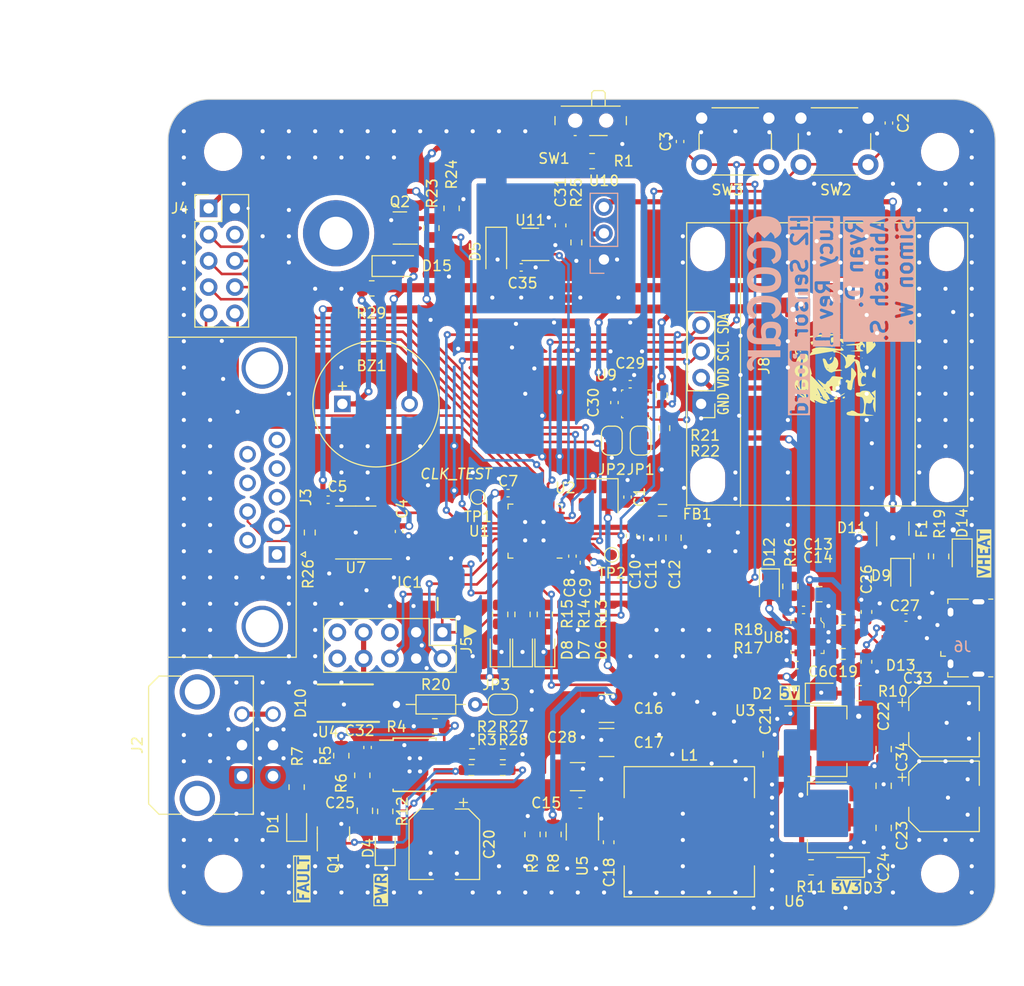
<source format=kicad_pcb>
(kicad_pcb (version 20221018) (generator pcbnew)
  (layers (0 "F.Cu" signal) (31 "B.Cu" signal) (34 "B.Paste" user) (35 "F.Paste" user) (36 "B.SilkS" user "B.Silkscreen") (37 "F.SilkS" user "F.Silkscreen") (38 "B.Mask" user) (39 "F.Mask" user) (44 "Edge.Cuts" user))
  (net 0 "")
  (net 1 "GND")
  (net 2 "+3V3")
  (net 3 "/NRST")
  (net 4 "/TARE")
  (net 5 "+5V")
  (net 6 "+3.3VA")
  (net 7 "Net-(U1-PA8)")
  (net 8 "+12V")
  (net 9 "/Power/7V")
  (net 10 "/Power/SW")
  (net 11 "Net-(U5-BST)")
  (net 12 "Net-(C19-Pad2)")
  (net 13 "/Power/12V_UP")
  (net 14 "Net-(C26-Pad2)")
  (net 15 "VBUS_UP")
  (net 16 "Net-(D1-K)")
  (net 17 "Net-(D1-A)")
  (net 18 "Net-(D2-A)")
  (net 19 "Net-(D3-A)")
  (net 20 "Net-(D4-A)")
  (net 21 "Net-(D6-A)")
  (net 22 "Net-(D7-A)")
  (net 23 "Net-(D8-A)")
  (net 24 "Net-(D9-K)")
  (net 25 "/GPIO7")
  (net 26 "V_HEAT")
  (net 27 "Net-(U10-V_HEAT)")
  (net 28 "Net-(D12-K)")
  (net 29 "Net-(D14-A)")
  (net 30 "/DEBUG_SWDIO")
  (net 31 "/DEBUG_SWCLK")
  (net 34 "/CD-")
  (net 39 "/CD+")
  (net 42 "Net-(SW1-B)")
  (net 43 "/BOOT0")
  (net 44 "/Power/I_{MON}")
  (net 45 "/Power/~{FAULT}")
  (net 46 "/Power/5V_UP")
  (net 47 "Net-(U4-OVLO)")
  (net 48 "Net-(U4-EN{slash}UVLO)")
  (net 49 "/Power/FB")
  (net 50 "/GPLED3")
  (net 51 "/GPLED2")
  (net 52 "/GPLED1")
  (net 53 "Net-(U8-CBUS0)")
  (net 54 "Net-(U8-USBDP)")
  (net 55 "Net-(U8-USBDM)")
  (net 56 "/GPIO8")
  (net 57 "/CAN_STBY")
  (net 58 "/XCLK")
  (net 59 "/UART_TX")
  (net 60 "/UART_RX")
  (net 61 "/GPIO1")
  (net 62 "/GPIO2")
  (net 63 "/GPIO9")
  (net 64 "/CAN_RX")
  (net 65 "/CAN_TX")
  (net 66 "/GPIO3")
  (net 67 "/GPIO4")
  (net 68 "/H2_SENSE")
  (net 69 "/SCL")
  (net 70 "/SDA")
  (net 71 "Net-(J6-D+)")
  (net 72 "Net-(J6-D-)")
  (net 75 "/Sensors/V_SENSE")
  (net 77 "/Sensors/ADDR")
  (net 79 "Net-(JP3-A)")
  (net 81 "Net-(BZ1-+)")
  (net 83 "Net-(U4-dV{slash}dT)")
  (net 84 "Net-(Q2-G)")
  (net 85 "/BEEPER")
  (net 86 "GNDA")
  (net 87 "Net-(R27-Pad2)")
  (net 88 "Net-(BZ1--)")
  (net 93 "Net-(U1-PC14)")
  (footprint "SYM&FOOT:Molex_Micro-Fit_3.0_43045-0621_2x03-1MP_P3.00mm_Horizontal" (layer "F.Cu") (at 94.787 135.334 90)
    (fp_text reference "J2")
    (fp_text value "Conn_02x03_Top_Bottom")
  )
  (footprint "Capacitor_SMD:C_0402_1005Metric" (layer "F.Cu") (at 120.523 107.95)
    (fp_text reference "C7")
    (fp_text value "100n")
  )
  (footprint "digikey-footprints:DFN-12-1EP_3x3mm" (layer "F.Cu") (at 149.479 121.859 180)
    (fp_text reference "U8")
    (fp_text value "FT234XD-R")
  )
  (footprint "Capacitor_SMD:C_0402_1005Metric" (layer "F.Cu") (at 132.334 97.409)
    (fp_text reference "C29")
    (fp_text value "100n")
  )
  (footprint "Capacitor_SMD:C_0805_2012Metric" (layer "F.Cu") (at 156.845 132.715 -90)
    (fp_text reference "C22")
    (fp_text value "22u")
  )
  (footprint "Capacitor_SMD:C_0603_1608Metric" (layer "F.Cu") (at 130.252 141.732 -90)
    (fp_text reference "C18")
    (fp_text value "100n")
  )
  (footprint "Capacitor_SMD:C_0805_2012Metric" (layer "F.Cu") (at 156.845 136.271 90)
    (fp_text reference "C23")
    (fp_text value "10u")
  )
  (footprint "Resistor_SMD:R_0603_1608Metric" (layer "F.Cu") (at 116.967 134.747)
    (fp_text reference "R3")
    (fp_text value "4k7")
  )
  (footprint "Resistor_SMD:R_0603_1608Metric" (layer "F.Cu") (at 117.0432 133.1976)
    (fp_text reference "R2")
    (fp_text value "620R")
  )
  (footprint "Resistor_SMD:R_0805_2012Metric" (layer "F.Cu") (at 104.394 133.35 90)
    (fp_text reference "R5")
    (fp_text value "15")
  )
  (footprint "Capacitor_SMD:C_0603_1608Metric" (layer "F.Cu") (at 127.508 137.922)
    (fp_text reference "C15")
    (fp_text value "100n")
  )
  (footprint "Capacitor_SMD:C_0805_2012Metric" (layer "F.Cu") (at 156.845 140.344 -90)
    (fp_text reference "C24")
    (fp_text value "22u")
  )
  (footprint "SYM&FOOT:DIOM5436X265N" (layer "F.Cu") (at 104.775 128.27 180)
    (fp_text reference "D10")
    (fp_text value "SMLVT3V3" hide)
  )
  (footprint "Capacitor_SMD:C_0805_2012Metric" (layer "F.Cu") (at 150.622 117.729)
    (fp_text reference "C13")
    (fp_text value "4u7")
  )
  (footprint "Package_DFN_QFN:QFN-32-1EP_5x5mm_P0.5mm_EP3.45x3.45mm" (layer "F.Cu") (at 123.131 111.623 180)
    (fp_text reference "U1")
    (fp_text value "STM32L432KCU6")
  )
  (footprint "MountingHole:MountingHole_3.2mm_M3" (layer "F.Cu") (at 162.306 144.78)
    (fp_text reference "H3" hide)
    (fp_text value "MountingHole")
  )
  (footprint "Resistor_SMD:R_0603_1608Metric" (layer "F.Cu") (at 120.015 133.223 180)
    (fp_text reference "R27")
    (fp_text value "30k")
  )
  (footprint "Resistor_SMD:R_0805_2012Metric" (layer "F.Cu") (at 115.062 80.391 90)
    (fp_text reference "R24")
    (fp_text value "10k")
  )
  (footprint "Connector_Dsub:DSUB-9_Female_Horizontal_P2.77x2.84mm_EdgePinOffset7.70mm_Housed_MountingHolesOffset9.12mm" (layer "F.Cu") (at 98.171 113.883 -90)
    (fp_text reference "J3")
    (fp_text value "Conn_01x09_Socket")
  )
  (footprint "Resistor_SMD:R_0603_1608Metric" (layer "F.Cu") (at 127.127 83.693 90)
    (fp_text reference "R25")
    (fp_text value "4k7")
  )
  (footprint "Capacitor_SMD:C_1210_3225Metric" (layer "F.Cu") (at 127.254 135.382)
    (fp_text reference "C28")
    (fp_text value "10u")
  )
  (footprint "Resistor_SMD:R_0805_2012Metric" (layer "F.Cu") (at 100.076 136.398 -90)
    (fp_text reference "R7")
    (fp_text value "2k")
  )
  (footprint "Package_SO:SOIC-8_3.9x4.9mm_P1.27mm" (layer "F.Cu") (at 105.791 111.76 180)
    (fp_text reference "U7")
    (fp_text value "MCP2542FD-E/SN")
  )
  (footprint "Jumper:SolderJumper-2_P1.3mm_Bridged_RoundedPad1.0x1.5mm" (layer "F.Cu") (at 133.35 102.87 -90)
    (fp_text reference "JP1")
    (fp_text value "Slave Address LSB 1")
  )
  (footprint "Inductor_SMD:L_0805_2012Metric" (layer "F.Cu") (at 135.4625 109.601)
    (fp_text reference "FB1")
    (fp_text value "300R")
  )
  (footprint "LOGO" (layer "F.Cu") (at 152.019 96.52 90)
    (fp_text reference "G***" hide)
    (fp_text value "LOGO" hide)
  )
  (footprint "Capacitor_SMD:C_0402_1005Metric" (layer "F.Cu") (at 126.746 114.046 -90)
    (fp_text reference "C8")
    (fp_text value "100n")
  )
  (footprint "Resistor_SMD:R_0805_2012Metric" (layer "F.Cu") (at 106.426 135.255 -90)
    (fp_text reference "R6")
    (fp_text value "470k")
  )
  (footprint "Resistor_SMD:R_0805_2012Metric" (layer "F.Cu") (at 147.828 116.967 90)
    (fp_text reference "R16")
    (fp_text value "220R")
  )
  (footprint "Package_SO:TI_SO-PowerPAD-8" (layer "F.Cu") (at 111.484 134.23)
    (fp_text reference "U4")
    (fp_text value "TPS2596")
  )
  (footprint "Capacitor_SMD:C_0402_1005Metric" (layer "F.Cu") (at 137.16 73.927 -90)
    (fp_text reference "C3")
    (fp_text value "100n")
  )
  (footprint "Capacitor_SMD:C_0402_1005Metric" (layer "F.Cu") (at 103.124 108.585 180)
    (fp_text reference "C5")
    (fp_text value "100n")
  )
  (footprint "Capacitor_SMD:C_0603_1608Metric" (layer "F.Cu") (at 155.187 119.446 -90)
    (fp_text reference "C26")
    (fp_text value "47p")
  )
  (footprint "Package_LGA:Bosch_LGA-8_2.5x2.5mm_P0.65mm_ClockwisePinNumbering" (layer "F.Cu") (at 132.851 99.314 -90)
    (fp_text reference "U9")
    (fp_text value "BME280")
  )
  (footprint "Resistor_SMD:R_0805_2012Metric" (layer "F.Cu") (at 162.4076 114.0715 -90)
    (fp_text reference "R19")
    (fp_text value "560R")
  )
  (footprint "MountingHole:MountingHole_3.2mm_M3" (layer "F.Cu") (at 162.306 74.93)
    (fp_text reference "H2" hide)
    (fp_text value "MountingHole")
  )
  (footprint "Jumper:SolderJumper-2_P1.3mm_Bridged_RoundedPad1.0x1.5mm" (layer "F.Cu") (at 120.015 128.397)
    (fp_text reference "JP3")
    (fp_text value "MAX CURRENT")
  )
  (footprint "LED_SMD:LED_0805_2012Metric" (layer "F.Cu") (at 150.9595 127.305)
    (fp_text reference "D2")
    (fp_text value "BLUE")
  )
  (footprint "Capacitor_SMD:C_0603_1608Metric" (layer "F.Cu") (at 125.603 82.042 90)
    (fp_text reference "C31")
    (fp_text value "100n")
  )
  (footprint "SYM&FOOT:SOT23-6L_STM" (layer "F.Cu") (at 158.496 121.9708 180)
    (fp_text reference "D13")
    (fp_text value "USBLC6-2SC6")
  )
  (footprint "TestPoint:TestPoint_Pad_D1.0mm" (layer "F.Cu") (at 130.556 113.919)
    (fp_text reference "TP2")
    (fp_text value "GPTP")
  )
  (footprint "Resistor_SMD:R_0805_2012Metric" (layer "F.Cu") (at 113.1085 82.296 -90)
    (fp_text reference "R23")
    (fp_text value "10R")
  )
  (footprint "Package_TO_SOT_SMD:SOT-23" (layer "F.Cu") (at 157.734 111.376 90)
    (fp_text reference "D11")
    (fp_text value "BAT54C")
  )
  (footprint "Resistor_SMD:R_0805_2012Metric" (layer "F.Cu") (at 122.886 140.97 -90)
    (fp_text reference "R9")
    (fp_text value "6k2")
  )
  (footprint "LED_SMD:LED_0805_2012Metric" (layer "F.Cu") (at 164.4396 114.0715 -90)
    (fp_text reference "D14")
    (fp_text value "BLUE")
  )
  (footprint "SYM&FOOT:Display_128x64_096_I2C" (layer "F.Cu") (at 139.192 95.504 90)
    (fp_text reference "J8")
    (fp_text value "OLED")
  )
  (footprint "Capacitor_SMD:C_0603_1608Metric" (layer "F.Cu") (at 132.461 112.08 -90)
    (fp_text reference "C10")
    (fp_text value "10u")
  )
  (footprint "Resistor_SMD:R_0603_1608Metric" (layer "F.Cu") (at 135.382 98.489 -90)
    (fp_text reference "R21")
    (fp_text value "4k7")
  )
  (footprint "Button_Switch_THT:SW_PUSH_6mm_H5mm" (layer "F.Cu") (at 148.844 71.664)
    (fp_text reference "SW2")
    (fp_text value "RESET")
  )
  (footprint "Capacitor_SMD:C_1210_3225Metric" (layer "F.Cu") (at 130.048 128.778 180)
    (fp_text reference "C16")
    (fp_text value "22u")
  )
  (footprint "Connector_PinHeader_2.54mm:PinHeader_2x05_P2.54mm_Vertical" (layer "F.Cu") (at 91.562 80.391)
    (fp_text reference "J4")
    (fp_text value "GPIO")
  )
  (footprint "Package_TO_SOT_SMD:SOT-23" (layer "F.Cu") (at 110.0605 82.296 180)
    (fp_text reference "Q2")
    (fp_text value "NMOS IRLML2502TRPBF")
  )
  (footprint "Resistor_SMD:R_0805_2012Metric" (layer "F.Cu") (at 119.761 119.6825 90)
    (fp_text reference "R15")
    (fp_text value "220R")
  )
  (footprint "Resistor_SMD:R_0603_1608Metric" (layer "F.Cu") (at 120.015 134.747 180)
    (fp_text reference "R28")
    (fp_text value "47k")
  )
  (footprint "Capacitor_SMD:C_0402_1005Metric" (layer "F.Cu") (at 109.982 111.6584 90)
    (fp_text reference "C4")
    (fp_text value "100n")
  )
  (footprint "Capacitor_SMD:C_0805_2012Metric" (layer "F.Cu") (at 106.68 138.684 -90)
    (fp_text reference "C25")
    (fp_text value "100n")
  )
  (footprint "Capacitor_SMD:CP_Elec_6.3x5.9" (layer "F.Cu") (at 114.3565 141.925 -90)
    (fp_text reference "C20")
    (fp_text value "100u")
  )
  (footprint "MountingHole:MountingHole_3.2mm_M3" (layer "F.Cu") (at 92.964 74.93)
    (fp_text reference "H1" hide)
    (fp_text value "MountingHole")
  )
  (footprint "Resistor_SMD:R_0805_2012Metric" (layer "F.Cu") (at 149.83 144.154)
    (fp_text reference "R11")
    (fp_text value "220R")
  )
  (footprint "LED_SMD:LED_0805_2012Metric" (layer "F.Cu") (at 119.761 123.063 90)
    (fp_text reference "D8")
    (fp_text value "AMBER")
  )
  (footprint "Resistor_SMD:R_0805_2012Metric" (layer "F.Cu") (at 154.467 127.305 180)
    (fp_text reference "R10")
    (fp_text value "560R")
  )
  (footprint "Capacitor_SMD:C_0402_1005Metric" (layer "F.Cu") (at 132.08 108.331 -90)
    (fp_text reference "C1")
    (fp_text value "100n")
  )
  (footprint "Capacitor_SMD:C_0402_1005Metric" (layer "F.Cu") (at 149.098 119.253 180)
    (fp_text reference "C14")
    (fp_text value "100n")
  )
  (footprint "Button_Switch_SMD:SW_SPDT_PCM12" (layer "F.Cu") (at 128.512 72.23 180)
    (fp_text reference "SW1")
    (fp_text value "SW_SPDT")
  )
  (footprint "Capacitor_SMD:C_0402_1005Metric" (layer "F.Cu") (at 121.793 86.106)
    (fp_text reference "C35")
    (fp_text value "100n")
  )
  (footprint "Fuse:Fuse_0805_2012Metric" (layer "F.Cu") (at 160.4772 114.046 90)
    (fp_text reference "F1")
    (fp_text value "500mA")
  )
  (footprint "Capacitor_SMD:C_0805_2012Metric" (layer "F.Cu") (at 145.923 133.223 90)
    (fp_text reference "C21")
    (fp_text value "10u")
  )
  (footprint "Button_Switch_THT:SW_PUSH_6mm_H5mm" (layer "F.Cu") (at 139.244 71.664)
    (fp_text reference "SW3")
    (fp_text value "TARE")
  )
  (footprint "Capacitor_SMD:C_0402_1005Metric" (layer "F.Cu") (at 159.004 119.9896 180)
    (fp_text reference "C27")
    (fp_text value "100n")
  )
  (footprint "MountingHole:MountingHole_3.2mm_M3" (layer "F.Cu") (at 93 144.78)
    (fp_text reference "H4" hide)
    (fp_text value "MountingHole")
  )
  (footprint "SYM&FOOT:SOT65P210X110-5N" (layer "F.Cu") (at 114.808 117.729 90)
    (fp_text reference "IC1")
    (fp_text value "ESDALC6V1W5" hide)
  )
  (footprint "Crystal:Crystal_SMD_3225-4Pin_3.2x2.5mm" (layer "F.Cu") (at 129.159 108.204 180)
    (fp_text reference "U2")
    (fp_text value "8MHz")
  )
  (footprint "Inductor_SMD:L_12x12mm_H8mm" (layer "F.Cu") (at 138.052 140.716)
    (fp_text reference "L1")
    (fp_text value "3u8")
  )
  (footprint "Buzzer_Beeper:MagneticBuzzer_ProSignal_ABT-410-RC" (layer "F.Cu") (at 104.498 99.314)
    (fp_text reference "BZ1")
    (fp_text value "Buzzer")
  )
  (footprint "Connector_USB:USB_Micro-B_Amphenol_10118194_Horizontal" (layer "F.Cu") (at 164.715 121.965 90)
    (fp_text reference "J6")
    (fp_text value "USB_B_Micro")
  )
  (footprint "LED_SMD:LED_0805_2012Metric" (layer "F.Cu") (at 153.3075 144.154 180)
    (fp_text reference "D3")
    (fp_text value "BLUE")
  )
  (footprint "Capacitor_SMD:C_0805_2012Metric" (layer "F.Cu") (at 134.366 112.268 -90)
    (fp_text reference "C11")
    (fp_text value "1u")
  )
  (footprint "Package_TO_SOT_SMD:SOT-223-3_TabPin2" (layer "F.Cu") (at 151.384 131.953)
    (fp_text reference "U3")
    (fp_text value "AZ1117IH-5.0")
  )
  (footprint "Package_TO_SOT_SMD:SOT-23" (layer "F.Cu") (at 103.632 140.8915 90)
    (fp_text reference "Q1")
    (fp_text value "NMOS")
  )
  (footprint "Capacitor_SMD:C_0402_1005Metric" (layer "F.Cu") (at 148.463 124.587 180)
    (fp_text reference "C6")
    (fp_text value "100n")
  )
  (footprint "Capacitor_SMD:C_0402_1005Metric" (layer "F.Cu") (at 157.353 72.136 -90)
    (fp_text reference "C2")
    (fp_text value "100n")
  )
  (footprint "Resistor_SMD:R_0603_1608Metric" (layer "F.Cu") (at 152.901 120.208)
    (fp_text reference "R18")
    (fp_text value "27R")
  )
  (footprint "Resistor_SMD:R_0805_2012Metric" (layer "F.Cu") (at 124.079 119.6825 90)
    (fp_text reference "R13")
    (fp_text value "220R")
  )
  (footprint "Resistor_SMD:R_0805_2012Metric" (layer "F.Cu") (at 128.651 75.819)
    (fp_text reference "R1")
    (fp_text value "10k")
  )
  (footprint "Capacitor_SMD:C_0402_1005Metric" (layer "F.Cu") (at 130.81 99.187 90)
    (fp_text reference "C30")
    (fp_text value "100n")
  )
  (footprint "Jumper:SolderJumper-2_P1.3mm_Open_RoundedPad1.0x1.5mm" (layer "F.Cu") (at 130.556 102.87 -90)
    (fp_text reference "JP2")
    (fp_text value "Slave Address LSB 0")
  )
  (footprint "Resistor_SMD:R_0805_2012Metric" (layer "F.Cu") (at 113.4364 130.5052 180)
    (fp_text reference "R4")
    (fp_text value "47k")
  )
  (footprint "LED_SMD:LED_0805_2012Metric" (layer "F.Cu") (at 108.6415 142.3 90)
    (fp_text reference "D4")
    (fp_text value "BLUE")
  )
  (footprint "Capacitor_SMD:C_0603_1608Metric" (layer "F.Cu") (at 155.187 124.272 90)
    (fp_text reference "C19")
    (fp_text value "47p")
  )
  (footprint "Resistor_SMD:R_0603_1608Metric" (layer "F.Cu") (at 135.636 101.663 90)
    (fp_text reference "R22")
    (fp_text value "4k7")
  )
  (footprint "LED_SMD:LED_0805_2012Metric" (layer "F.Cu") (at 145.796 116.967 -90)
    (fp_text reference "D12")
    (fp_text value "AMBER")
  )
  (footprint "Resistor_THT:R_Axial_DIN0204_L3.6mm_D1.6mm_P7.62mm_Horizontal" (layer "F.Cu") (at 109.728 128.397)
    (fp_text reference "R20")
    (fp_text value "R")
  )
  (footprint "Capacitor_SMD:C_0603_1608Metric" (layer "F.Cu") (at 128.016 114.681 -90)
    (fp_text reference "C9")
    (fp_text value "10u")
  )
  (footprint "Diode_SMD:D_SOD-123" (layer "F.Cu") (at 119.38 84.582 -90)
    (fp_text reference "D5")
    (fp_text value "MMSZ5226B-7-F")
  )
  (footprint "Capacitor_SMD:C_0402_1005Metric" (layer "F.Cu") (at 106.934 132.56 90)
    (fp_text reference "C32")
    (fp_text value "2n2")
  )
  (footprint "Capacitor_SMD:CP_Elec_6.3x5.9" (layer "F.Cu") (at 162.687 137.287)
    (fp_text reference "C34")
    (fp_text value "22u")
  )
  (footprint "LED_SMD:LED_0805_2012Metric" (layer "F.Cu") (at 121.92 123.063 90)
    (fp_text reference "D7")
    (fp_text value "RED")
  )
  (footprint "Resistor_SMD:R_0805_2012Metric" (layer "F.Cu") (at 121.92 119.6825 90)
    (fp_text reference "R14")
    (fp_text value "220R")
  )
  (footprint "Resistor_SMD:R_0805_2012Metric" (layer "F.Cu") (at 124.918 140.97 -90)
    (fp_text reference "R8")
    (fp_text value "47k")
  )
  (footprint "LED_SMD:LED_0805_2012Metric" (layer "F.Cu") (at 100.076 139.954 90)
    (fp_text reference "D1")
    (fp_text value "GREEN")
  )
  (footprint "Resistor_SMD:R_0805_2012Metric" (layer "F.Cu") (at 107.3385 88.138 180)
    (fp_text reference "R29")
    (fp_text value "1k")
  )
  (footprint "Diode_SMD:D_SOD-123" (layer "F.Cu") (at 109.728 85.979)
    (fp_text reference "D15")
    (fp_text value "BAV16W/1N4148W")
  )
  (footprint "Connector_PinHeader_2.54mm:PinHeader_2x05_P2.54mm_Vertical" (layer "F.Cu") (at 114.173 121.412 -90)
    (fp_text reference "J5")
    (fp_text value "Conn_02x05_Top_Bottom")
  )
  (footprint "Resistor_SMD:R_0805_2012Metric" (layer "F.Cu") (at 108.6415 138.744 -90)
    (fp_text reference "R12")
    (fp_text value "2k")
  )
  (footprint "SYM&FOOT:H2_Sensor_Daughter_Board_Rev_1" (layer "F.Cu") (at 129.794 82.804 180)
    (fp_text reference "U10")
    (fp_text value "~")
  )
  (footprint "Capacitor_SMD:CP_Elec_6.3x5.9" (layer "F.Cu") (at 162.687 130.048)
    (fp_text reference "C33")
    (fp_text value "22u")
  )
  (footprint "Package_TO_SOT_SMD:TSOT-23-5" (layer "F.Cu") (at 122.6765 83.881 180)
    (fp_text reference "U11")
    (fp_text value "AD8603")
  )
  (footprint "LED_SMD:LED_0805_2012Metric" (layer "F.Cu") (at 124.079 123.063 90)
    (fp_text reference "D6")
    (fp_text value "GREEN")
  )
  (footprint "Capacitor_SMD:C_1210_3225Metric" (layer "F.Cu") (at 130.048 132.08 180)
    (fp_text reference "C17")
    (fp_text value "22u")
  )
  (footprint "Package_TO_SOT_SMD:SOT-223-3_TabPin2" (layer "F.Cu") (at 151.384 139.319 180)
    (fp_text reference "U6")
    (fp_text value "AZ1117IH-3.3")
  )
  (footprint "TestPoint:TestPoint_Pad_D1.0mm" (layer "F.Cu") (at 117.602 108.331)
    (fp_text reference "TP1")
    (fp_text value "MCO")
  )
  (footprint "Resistor_SMD:R_0603_1608Metric" (layer "F.Cu") (at 152.901 123.51)
    (fp_text reference "R17")
    (fp_text value "27R")
  )
  (footprint "Capacitor_SMD:C_0805_2012Metric" (layer "F.Cu") (at 136.525 112.268 -90)
    (fp_text reference "C12")
    (fp_text value "1u")
  )
  (footprint "Package_TO_SOT_SMD:TSOT-23-6" (layer "F.Cu") (at 127.712 140.716 -90)
    (fp_text reference "U5")
    (fp_text value "AP62250")
  )
  (footprint "Resistor_SMD:R_0603_1608Metric" (layer "F.Cu") (at 101.346 111.76 90)
    (fp_text reference "R26")
    (fp_text value "120R")
  )
  (footprint "Diode_SMD:D_0805_2012Metric" (layer "F.Cu") (at 158.496 115.948 -90)
    (fp_text reference "D9")
    (fp_text value "D_Schottky")
  )
  (footprint "LOGO" (layer "B.Cu") (at 145.288 88.646 -90)
    (fp_text reference "G***" hide)
    (fp_text value "LOGO" hide)
  )
  (footprint "NetTie:NetTie-2_SMD_Pad2.0mm" (layer "B.Cu") (at 119.38 78.2 90)
    (fp_text reference "NT1" hide)
    (fp_text value "NetTie_2" hide)
  )
  (gr_poly (pts (xy 116.332 120.777) (xy 117.348 121.285) (xy 116.332 121.793)) (stroke (width 0.2)) (fill solid) (layer "F.SilkS"))
  (gr_line (start 91.63 149.86) (end 163.64 149.86) (stroke (width 0.1)) (layer "Edge.Cuts"))
  (gr_line (start 163.64 69.85) (end 91.63 69.85) (stroke (width 0.1)) (layer "Edge.Cuts"))
  (gr_arc (start 91.63 149.86) (mid 88.801573 148.688427) (end 87.63 145.86) (stroke (width 0.1)) (layer "Edge.Cuts"))
  (gr_line (start 167.64 145.86) (end 167.64 73.85) (stroke (width 0.1)) (layer "Edge.Cuts"))
  (gr_arc (start 87.63 73.85) (mid 88.801573 71.021573) (end 91.63 69.85) (stroke (width 0.1)) (layer "Edge.Cuts"))
  (gr_arc (start 163.64 69.85) (mid 166.468427 71.021573) (end 167.64 73.85) (stroke (width 0.1)) (layer "Edge.Cuts"))
  (gr_line (start 87.63 73.85) (end 87.63 145.86) (stroke (width 0.1)) (layer "Edge.Cuts"))
  (gr_arc (start 167.64 145.86) (mid 166.468427 148.688427) (end 163.64 149.86) (stroke (width 0.1)) (layer "Edge.Cuts"))
  (gr_text "Lucy Rev 1" (at 152.019 80.899 90) (layer "B.SilkS" knockout) (effects (font (size 1.5 1.5) (thickness 0.3) bold) (justify left bottom mirror)))
  (gr_text "H2 Sensor Board" (at 149.606 80.899 90) (layer "B.SilkS" knockout) (effects (font (size 1.5 1.5) (thickness 0.3) bold) (justify left bottom mirror)))
  (gr_text "Ryan D.\nAbinash S.\nSimon W." (at 159.766 81.153 90) (layer "B.SilkS" knockout) (effects (font (size 1.5 1.5) (thickness 0.3) bold) (justify left bottom mirror)))
  (gr_text "VHEAT" (at 167.1828 116.1288 90) (layer "F.SilkS" knockout) (effects (font (size 1 1) (thickness 0.2) bold) (justify left bottom)))
  (gr_text "PWR" (at 108.839 148.082 90) (layer "F.SilkS" knockout) (effects (font (size 1 1) (thickness 0.2) bold) (justify left bottom)))
  (gr_text "5V" (at 146.685 127.889) (layer "F.SilkS" knockout) (effects (font (size 1 1) (thickness 0.2) bold) (justify left bottom)))
  (gr_text "CLK_TEST" (at 111.887 106.68) (layer "F.SilkS") (effects (font (size 1 1) (thickness 0.15) italic) (justify left bottom)))
  (gr_text "3V3" (at 151.765 146.6596) (layer "F.SilkS" knockout) (effects (font (size 1 1) (thickness 0.2) bold) (justify left bottom)))
  (gr_text "~{FAULT}" (at 101.346 147.574 90) (layer "F.SilkS" knockout) (effects (font (size 1 1) (thickness 0.2) bold) (justify left bottom)))
  (segment (start 166.015 119.065) (end 166.015 120.965) (width 0.5) (layer "F.Cu") (net 1))
  (segment (start 153.67 142.24) (end 154.291 141.619) (width 0.5) (layer "F.Cu") (net 1))
  (segment (start 94.102 80.391) (end 95.377 80.391) (width 0.5) (layer "F.Cu") (net 1))
  (segment (start 133.142702 112.23245) (end 133.08355 112.23245) (width 0.5) (layer "F.Cu") (net 1))
  (segment (start 111.633 122.1365) (end 112.1785 122.682) (width 0.5) (layer "F.Cu") (net 1))
  (segment (start 149.926 121.412) (end 149.479 121.859) (width 0.5) (layer "F.Cu") (net 1))
  (segment (start 123.952 123.8735) (end 124.079 124.0005) (width 0.5) (layer "F.Cu") (net 1))
  (segment (start 120.84 133.223) (end 121.92 133.223) (width 0.254) (layer "F.Cu") (net 1))
  (segment (start 132.715 96.52) (end 132.715 97.31) (width 0.5) (layer "F.Cu") (net 1))
  (segment (start 154.686 118.2635) (end 155.0935 118.671) (width 0.5) (layer "F.Cu") (net 1))
  (segment (start 157.256 71.664) (end 148.844 71.664) (width 0.5) (layer "F.Cu") (net 1))
  (segment (start 145.923 131.699) (end 146.304 131.318) (width 0.5) (layer "F.Cu") (net 1))
  (segment (start 165.615 119.465) (end 166.015 119.065) (width 0.5) (layer "F.Cu") (net 1))
  (segment (start 163.315 124.465) (end 165.615 124.465) (width 0.5) (layer "F.Cu") (net 1))
  (segment (start 155.956 134.366) (end 156.144 134.366) (width 0.5) (layer "F.Cu") (net 1))
  (segment (start 132.814 97.409) (end 133.694 98.289) (width 0.5) (layer "F.Cu") (net 1))
  (segment (start 160.3248 119.9896) (end 159.484 119.9896) (width 0.5) (layer "F.Cu") (net 1))
  (segment (start 147.447 122.301) (end 149.037 122.301) (width 0.5) (layer "F.Cu") (net 1))
  (segment (start 115.094 120.015) (end 114.808 119.729) (width 0.5) (layer "F.Cu") (net 1))
  (segment (start 154.647 141.732) (end 154.94 141.732) (width 0.5) (layer "F.Cu") (net 1))
  (segment (start 121.031 108.910501) (end 121.305999 109.1855) (width 0.5) (layer "F.Cu") (net 1))
  (segment (start 128.662 139.5785) (end 129.4075 139.5785) (width 0.5) (layer "F.Cu") (net 1))
  (segment (start 94.787 132.334) (end 97.787 132.334) (width 0.5) (layer "F.Cu") (net 1))
  (segment (start 115.697 120.015) (end 115.094 120.015) (width 0.5) (layer "F.Cu") (net 1))
  (segment (start 109.123 82.296) (end 109.123 81.631) (width 0.5) (layer "F.Cu") (net 1))
  (segment (start 139.192 100.711) (end 139.192 99.314) (width 0.5) (layer "F.Cu") (net 1))
  (segment (start 104.521 128.27) (end 104.648 128.397) (width 0.5) (layer "F.Cu") (net 1))
  (segment (start 147.501743 124.105743) (end 147.983 124.587) (width 0.5) (layer "F.Cu") (net 1))
  (segment (start 104.394 108.585) (end 103.604 108.585) (width 0.5) (layer "F.Cu") (net 1))
  (segment (start 154.94 143.459) (end 154.245 144.154) (width 0.5) (layer "F.Cu") (net 1))
  (segment (start 148.618 119.253) (end 147.9175 119.253) (width 0.2) (layer "F.Cu") (net 1))
  (segment (start 151.511 122.301) (end 149.921 122.301) (width 0.5) (layer "F.Cu") (net 1))
  (segment (start 130.762 73.66) (end 131.27 74.168) (width 0.5) (layer "F.Cu") (net 1))
  (segment (start 109.601 128.27) (end 109.728 128.397) (width 0.5) (layer "F.Cu") (net 1))
  (segment (start 121.003 107.95) (end 121.003 107.765614) (width 0.5) (layer "F.Cu") (net 1))
  (segment (start 128.573 128.778) (end 128.016 128.778) (width 0.5) (layer "F.Cu") (net 1))
  (segment (start 139.192 71.716) (end 139.244 71.664) (width 0.5) (layer "F.Cu") (net 1))
  (segment (start 165.487 130.048) (end 163.068 130.048) (width 0.5) (layer "F.Cu") (net 1))
  (segment (start 159.858451 121.9708) (end 159.873651 121.986) (width 0.5) (layer "F.Cu") (net 1))
  (segment (start 165.487 137.287) (end 163.195 137.287) (width 0.5) (layer "F.Cu") (net 1))
  (segment (start 134.356195 112.4175) (end 134.356195 113.208195) (width 0.5) (layer "F.Cu") (net 1))
  (segment (start 155.0935 118.671) (end 155.187 118.671) (width 0.5) (layer "F.Cu") (net 1))
  (segment (start 128.016 115.456) (end 126.86 115.456) (width 0.5) (layer "F.Cu") (net 1))
  (segment (start 128.524 135.382) (end 127.762 134.62) (width 0.5) (layer "F.Cu") (net 1))
  (segment (start 156.845 141.294) (end 154.859 141.294) (width 0.5) (layer "F.Cu") (net 1))
  (segment (start 128.573 132.08) (end 128.27 132.08) (width 0.5) (layer "F.Cu") (net 1))
  (segment (start 110.49 132.334) (end 110.481 132.325) (width 0.5) (layer "F.Cu") (net 1))
  (segment (start 163.315 119.465) (end 165.615 119.465) (width 0.5) (layer "F.Cu") (net 1))
  (segment (start 111.633 121.412) (end 111.633 122.1365) (width 0.5) (layer "F.Cu") (net 1))
  (segment (start 108.6415 144.2015) (end 108.712 144.272) (width 0.5) (layer "F.Cu") (net 1))
  (segment (start 111.633 123.952) (end 111.7205 123.952) (width 0.5) (layer "F.Cu") (net 1))
  (segment (start 154.859 141.294) (end 154.534 141.619) (width 0.5) (layer "F.Cu") (net 1))
  (segment (start 148.804 119.439) (end 148.804 120.309) (width 0.2) (layer "F.Cu") (net 1))
  (segment (start 121.031 107.978) (end 121.031 108.910501) (width 0.5) (layer "F.Cu") (net 1))
  (segment (start 128.573 132.08) (end 128.729 132.236) (width 0.5) (layer "F.Cu") (net 1))
  (segment (start 156.21 125.222) (end 155.362 125.222) (width 0.5) (layer "F.Cu") (net 1))
  (segment (start 114.3565 144.725) (end 115.515 144.725) (width 0.5) (layer "F.Cu") (net 1))
  (segment (start 130.81 98.707) (end 131.092 98.989) (width 0.254) (layer "F.Cu") (net 1))
  (segment (start 137.461 73.447) (end 139.244 71.664) (width 0.5) (layer "F.Cu") (net 1))
  (segment (start 109.7515 132.325) (end 110.8815 133.455) (width 0.5) (layer "F.Cu") (net 1))
  (segment (start 163.315 120.665) (end 162.096 120.665) (width 0.5) (layer "F.Cu") (net 1))
  (segment (start 109.123 81.631) (end 109.22 81.534) (width 0.5) (layer "F.Cu") (net 1))
  (segment (start 114.3565 144.725) (end 113.085 144.725) (width 0.5) (layer "F.Cu") (net 1))
  (segment (start 149.0315 121.4115) (end 149.479 121.859) (width 0.5) (layer "F.Cu") (net 1))
  (segment (start 130.81 97.917) (end 130.81 98.707) (width 0.5) (layer "F.Cu") (net 1))
  (segment (start 115.062 79.4785) (end 115.0855 79.502) (width 0.5) (layer "F.Cu") (net 1))
  (segment (start 155.126 144.154) (end 155.498 144.526) (width 0.5) (layer "F.Cu") (net 1))
  (segment (start 102.575 128.27) (end 104.521 128.27) (width 0.5) (layer "F.Cu") (net 1))
  (segment (start 148.195 129.653) (end 148.234 129.653) (width 0.5) (layer "F.Cu") (net 1))
  (segment (start 147.467376 124.105743) (end 147.501743 124.105743) (width 0.5) (layer "F.Cu") (net 1))
  (segment (start 128.7255 106.299) (end 128.059 106.9655) (width 0.5) (layer "F.Cu") (net 1))
  (segment (start 108.6415 143.2375) (end 108.6415 144.2015) (width 0.5) (layer "F.Cu") (net 1))
  (segment (start 122.886 139.65) (end 122.428 139.192) (width 0.5) (layer "F.Cu") (net 1))
  (segment (start 166.015 120.965) (end 166.015 122.965) (width 0.5) (layer "F.Cu") (net 1))
  (segment (start 134.356195 113.208195) (end 134.366 113.218) (width 0.5) (layer "F.Cu") (net 1))
  (segment (start 154.534 141.619) (end 154.647 141.732) (width 0.5) (layer "F.Cu") (net 1))
  (segment (start 145.923 132.273) (end 145.923 131.699) (width 0.5) (layer "F.Cu") (net 1))
  (segment (start 156.845 136.1215) (end 156.845 135.321) (width 0.5) (layer "F.Cu") (net 1))
  (segment (start 166.015 122.965) (end 166.015 124.865) (width 0.5) (layer "F.Cu") (net 1))
  (segment (start 148.808 71.664) (end 149.606 72.462) (width 0.5) (layer "F.Cu") (net 1))
  (segment (start 130.556 104.521) (end 130.556 103.52) (width 0.5) (layer "F.Cu") (net 1))
  (segment (start 126.746 114.526) (end 125.3465 114.526) (width 0.5) (layer "F.Cu") (net 1))
  (segment (start 139.192 73.025) (end 139.192 71.716) (width 0.5) (layer "F.Cu") (net 1))
  (segment (start 124.956 114.1355) (end 124.956 114.0605) (width 0.5) (layer "F.Cu") (net 1))
  (segment (start 129.4075 139.5785) (end 129.54 139.446) (width 0.5) (layer "F.Cu") (net 1))
  (segment (start 137.6585 113.157) (end 137.5975 113.218) (width 0.5) (layer "F.Cu") (net 1))
  (segment (start 133.694 98.289) (end 133.876 98.289) (width 0.5) (layer "F.Cu") (net 1))
  (segment (start 122.886 140.0575) (end 122.886 139.65) (width 0.5) (layer "F.Cu") (net 1))
  (segment (start 145.744 72.973) (end 145.796 73.025) (width 0.5) (layer "F.Cu") (net 1))
  (segment (start 119.790386 106.553) (end 119.634 106.553) (width 0.5) (layer "F.Cu") (net 1))
  (segment (start 115.515 144.725) (end 115.57 144.78) (width 0.5) (layer "F.Cu") (net 1))
  (segment (start 132.715 97.31) (end 132.814 97.409) (width 0.5) (layer "F.Cu") (net 1))
  (segment (start 147.32 129.794) (end 147.828 129.286) (width 0.5) (layer "F.Cu") (net 1))
  (segment (start 149.921 122.301) (end 149.479 121.859) (width 0.5) (layer "F.Cu") (net 1))
  (segment (start 150.81 127.254) (end 150.073 127.254) (width 0.5) (layer "F.Cu") (net 1))
  (segment (start 110.481 132.325) (end 108.704 132.325) (width 0.5) (layer "F.Cu") (net 1))
  (segment (start 123.952 123.317) (end 123.952 123.8735) (width 0.5) (layer "F.Cu") (net 1))
  (segment (start 148.804 120.309) (end 148.804 121.184) (width 0.2) (layer "F.Cu") (net 1))
  (segment (start 150.073 127.254) (end 150.022 127.305) (width 0.5) (layer "F.Cu") (net 1))
  (segment (start 156.845 142.24) (end 156.845 141.294) (width 0.5) (layer "F.Cu") (net 1))
  (segment (start 133.08355 112.23245) (end 132.461 112.855) (width 0.5) (layer "F.Cu") (net 1))
  (segment (start 127.086 114.526) (end 128.016 115.456) (width 0.5) (layer "F.Cu") (net 1))
  (segment (start 128.059 106.9655) (end 128.059 107.354) (width 0.5) (layer "F.Cu") (net 1))
  (segment (start 131.092 98.989) (end 131.826 98.989) (width 0.254) (layer "F.Cu") (net 1))
  (segment (start 136.357 73.447) (end 137.461 73.447) (width 0.5) (layer "F.Cu") (net 1))
  (segment (start 137.5975 113.218) (end 136.525 113.218) (width 0.5) (layer "F.Cu") (net 1))
  (segment (start 147.828 129.286) (end 148.195 129.653) (width 0.5) (layer "F.Cu") (net 1))
  (segment (start 136.271 73.533) (end 136.357 73.447) (width 0.5) (layer "F.Cu") (net 1))
  (segment (start 110.0048 112.1156) (end 109.982 112.1384) (width 0.5) (layer "F.Cu") (net 1))
  (segment (start 121.003 107.765614) (end 119.790386 106.553) (width 0.5) (layer "F.Cu") (net 1))
  (segment (start 115.0855 79.502) (end 116.205 79.502) (width 0.5) (layer "F.Cu") (net 1))
  (segment (start 128.729 132.236) (end 128.729 135.382) (width 0.5) (layer "F.Cu") (net 1))
  (segment (start 155.344 71.628) (end 155.344 72.286) (width 0.5) (layer "F.Cu") (net 1))
  (segment (start 128.573 132.08) (end 128.573 128.778) (width 0.5) (layer "F.Cu") (net 1))
  (segment (start 114.808 119.729) (end 114.808 118.679) (width 0.5) (layer "F.Cu") (net 1))
  (segment (start 163.195 137.287) (end 163.068 137.414) (width 0.5) (layer "F.Cu") (net 1))
  (segment (start 126.86 115.456) (end 126.746 115.57) (width 0.5) (layer "F.Cu") (net 1))
  (segment (start 126.746 114.526) (end 127.086 114.526) (width 0.5) (layer "F.Cu") (net 1))
  (segment (start 131.27 74.168) (end 131.572 74.168) (width 0.5) (layer "F.Cu") (net 1))
  (segment (start 119.888 123.317) (end 119.888 123.8735) (width 0.5) (layer "F.Cu") (net 1))
  (segment (start 151.511 118.872) (end 151.572 118.811) (width 0.5) (layer "F.Cu") (net 1))
  (segment (start 145.744 71.664) (end 148.808 71.664) (width 0.5) (layer "F.Cu") (net 1))
  (segment (start 128.729 135.382) (end 128.729 137.476) (width 0.5) (layer "F.Cu") (net 1))
  (segment (start 155.362 125.222) (end 155.187 125.047) (width 0.5) (layer "F.Cu") (net 1))
  (segment (start 156.144 134.366) (end 156.845 133.665) (width 0.5) (layer "F.Cu") (net 1))
  (segment (start 145.744 71.664) (end 145.744 72.973) (width 0.5) (layer "F.Cu") (net 1))
  (segment (start 113.085 144.725) (end 113.03 144.78) (width 0.5) (layer "F.Cu") (net 1))
  (segment (start 128.27 132.08) (end 127.762 131.572) (width 0.5) (layer "F.Cu") (net 1))
  (segment (start 128.016 128.778) (end 127.762 129.032) (width 0.5) (layer "F.Cu") (net 1))
  (segment (start 154.291 141.619) (end 154.534 141.619) (width 0.5) (layer "F.Cu") (net 1))
  (segment (start 128.283 137.922) (end 128.662 138.301) (width 0.5) (layer "F.Cu") (net 1))
  (segment (start 163.068 130.048) (end 162.941 130.175) (width 0.5) (layer "F.Cu") (net 1))
  (segment (start 125.3465 114.526) (end 124.956 114.1355) (width 0.5) (layer "F.Cu") (net 1))
  (segment (start 121.003 107.95) (end 121.031 107.978) (width 0.5) (layer "F.Cu") (net 1))
  (segment (start 110.8964 112.1156) (end 110.0048 112.1156) (width 0.5) (layer "F.Cu") (net 1))
  (segment (start 165.615 124.465) (end 166.015 124.865) (width 0.5) (layer "F.Cu") (net 1))
  (segment (start 146.558 129.794) (end 147.32 129.794) (width 0.5) (layer "F.Cu") (net 1))
  (segment (start 149.606 72.462) (end 149.606 73.152) (width 0.5) (layer "F.Cu") (net 1))
  (segment (start 128.729 137.476) (end 128.283 137.922) (width 0.5) (layer "F.Cu") (net 1))
  (segment (start 121.92 123.317) (end 121.92 124.0005) (width 0.5) (layer "F.Cu") (net 1))
  (segment (start 149.037 122.301) (end 149.479 121.859) (width 0.5) (layer "F.Cu") (net 1))
  (segment (start 162.096 120.665) (end 162.049299 120.711701) (width 0.5) (layer "F.Cu") (net 1))
  (segment (start 111.7205 123.952) (end 112.649 124.8805) (width 0.5) (layer "F.Cu") (net 1))
  (segment (start 159.873651 121.986) (end 161.029 121.986) (width 0.5) (layer "F.Cu") (net 1))
  (segment (start 154.245 144.154) (end 155.126 144.154) (width 0.5) (layer "F.Cu") (net 1))
  (segment (start 151.511 121.412) (end 149.926 121.412) (width 0.5) (layer "F.Cu") (net 1))
  (segment (start 151.572 118.811) (end 151.572 117.729) (width 0.5) (layer "F.Cu") (net 1))
  (segment (start 139.244 71.664) (end 145.744 71.664) (width 0.5) (layer "F.Cu") (net 1))
  (segment (start 154.94 141.732) (end 154.94 143.459) (width 0.5) (layer "F.Cu") (net 1))
  (segment (start 155.344 72.286) (end 156.21 73.152) (width 0.5) (layer "F.Cu") (net 1))
  (segment (start 108.704 132.325) (end 109.7515 132.325) (width 0.5) (layer "F.Cu") (net 1))
  (segment (start 128.662 138.301) (end 128.662 139.5785) (width 0.5) (layer "F.Cu") (net 1))
  (segment (start 106.934 132.08) (end 108.459 132.08) (width 0.5) (layer "F.Cu") (net 1))
  (segment (start 103.632 139.954) (end 104.394 139.954) (width 0.5) (layer "F.Cu") (net 1))
  (segment (start 108.459 132.08) (end 108.704 132.325) (width 0.5) (layer "F.Cu") (net 1))
  (segment (start 132.08 106.68) (end 132.08 107.556) (width 0.5) (layer "F.Cu") (net 1))
  (segment (start 147.447 121.4115) (end 149.0315 121.4115) (width 0.5) (layer "F.Cu") (net 1))
  (segment (start 112.5239 130.5052) (end 111.4044 130.5052) (width 0.5) (layer "F.Cu") (net 1))
  (segment (start 148.618 119.253) (end 148.804 119.439) (width 0.2) (layer "F.Cu") (net 1))
  (segment (start 148.804 121.184) (end 149.479 121.859) (width 0.2) (layer "F.Cu") (net 1))
  (segment (start 119.888 123.8735) (end 119.761 124.0005) (width 0.5) (layer "F.Cu") (net 1))
  (via (at 132.345477 146.59175) (size 0.8) (drill 0.4) (layers "F.Cu" "B.Cu") (net 1))
  (via (at 138.811 128.143) (size 0.8) (drill 0.4) (layers "F.Cu" "B.Cu") (net 1))
  (via (at 91.705477 100.87175) (size 0.8) (drill 0.4) (layers "F.Cu" "B.Cu") (net 1))
  (via (at 127.265477 121.19175) (size 0.8) (drill 0.4) (layers "F.Cu" "B.Cu") (net 1))
  (via (at 137.6585 113.157) (size 0.8) (drill 0.4) (layers "F.Cu" "B.Cu") (net 1))
  (via (at 152.665477 78.01175) (size 0.8) (drill 0.4) (layers "F.Cu" "B.Cu") (net 1))
  (via (at 106.945477 75.47175) (size 0.8) (drill 0.4) (layers "F.Cu" "B.Cu") (net 1))
  (via (at 165.365477 95.79175) (size 0.8) (drill 0.4) (layers "F.Cu" "B.Cu") (net 1))
  (via (at 157.745477 146.59175) (size 0.8) (drill 0.4) (layers "F.Cu" "B.Cu") (net 1))
  (via (at 89.165477 83.09175) (size 0.8) (drill 0.4) (layers "F.Cu" "B.Cu") (net 1))
  (via (at 160.285477 78.01175) (size 0.8) (drill 0.4) (layers "F.Cu" "B.Cu") (net 1))
  (via (at 152.665477 85.63175) (size 0.8) (drill 0.4) (layers "F.Cu" "B.Cu") (net 1))
  (via (at 94.245477 123.73175) (size 0.8) (drill 0.4) (layers "F.Cu" "B.Cu") (net 1))
  (via (at 143.002 96.52) (size 0.8) (drill 0.4) (layers "F.Cu" "B.Cu") (net 1))
  (via (at 126.746 115.57) (size 0.8) (drill 0.4) (layers "F.Cu" "B.Cu") (net 1))
  (via (at 155.956 134.366) (size 0.8) (drill 0.4) (layers "F.Cu" "B.Cu") (net 1))
  (via (at 99.325477 83.09175) (size 0.8) (drill 0.4) (layers "F.Cu" "B.Cu") (net 1))
  (via (at 160.285477 83.09175) (size 0.8) (drill 0.4) (layers "F.Cu" "B.Cu") (net 1))
  (via (at 122.185477 144.05175) (size 0.8) (drill 0.4) (layers "F.Cu" "B.Cu") (net 1))
  (via (at 89.165477 146.59175) (size 0.8) (drill 0.4) (layers "F.Cu" "B.Cu") (net 1))
  (via (at 91.705477 141.51175) (size 0.8) (drill 0.4) (layers "F.Cu" "B.Cu") (net 1))
  (via (at 117.105477 105.95175) (size 0.8) (drill 0.4) (layers "F.Cu" "B.Cu") (net 1))
  (via (at 156.21 125.222) (size 0.8) (drill 0.4) (layers "F.Cu" "B.Cu") (net 1))
  (via (at 147.447 121.4115) (size 0.8) (drill 0.4) (layers "F.Cu" "B.Cu") (net 1))
  (via (at 147.585477 95.79175) (size 0.8) (drill 0.4) (layers "F.Cu" "B.Cu") (net 1))
  (via (at 89.165477 113.57175) (size 0.8) (drill 0.4) (layers "F.Cu" "B.Cu") (net 1))
  (via (at 146.05 143.002) (size 0.8) (drill 0.4) (layers "F.Cu" "B.Cu") (net 1))
  (via (at 150.125477 85.63175) (size 0.8) (drill 0.4) (layers "F.Cu" "B.Cu") (net 1))
  (via (at 129.54 139.446) (size 0.8) (drill 0.4) (layers "F.Cu" "B.Cu") (net 1))
  (via (at 101.865477 123.73175) (size 0.8) (drill 0.4) (layers "F.Cu" "B.Cu") (net 1))
  (via (at 101.865477 126.27175) (size 0.8) (drill 0.4) (layers "F.Cu" "B.Cu") (net 1))
  (via (at 162.825477 133.89175) (size 0.8) (drill 0.4) (layers "F.Cu" "B.Cu") (net 1))
  (via (at 123.952 112.522) (size 0.8) (drill 0.4) (layers "F.Cu" "B.Cu") (net 1))
  (via (at 160.285477 133.89175) (size 0.8) (drill 0.4) (layers "F.Cu" "B.Cu") (net 1))
  (via (at 135.128 131.318) (size 0.8) (drill 0.4) (layers "F.Cu" "B.Cu") (net 1))
  (via (at 89.165477 121.19175) (size 0.8) (drill 0.4) (layers "F.Cu" "B.Cu") (net 1))
  (via (at 146.05 136.144) (size 0.8) (drill 0.4) (layers "F.Cu" "B.Cu") (net 1))
  (via (at 162.825477 141.51175) (size 0.8) (drill 0.4) (layers "F.Cu" "B.Cu") (net 1))
  (via (at 160.285477 85.63175) (size 0.8) (drill 0.4) (layers "F.Cu" "B.Cu") (net 1))
  (via (at 131.572 74.168) (size 0.8) (drill 0.4) (layers "F.Cu" "B.Cu") (net 1))
  (via (at 142.505477 108.49175) (size 0.8) (drill 0.4) (layers "F.Cu" "B.Cu") (net 1))
  (via (at 155.205477 83.09175) (size 0.8) (drill 0.4) (layers "F.Cu" "B.Cu") (net 1))
  (via (at 106.945477 103.41175) (size 0.8) (drill 0.4) (layers "F.Cu" "B.Cu") (net 1))
  (via (at 165.365477 111.03175) (size 0.8) (drill 0.4) (layers "F.Cu" "B.Cu") (net 1))
  (via (at 165.365477 105.95175) (size 0.8) (drill 0.4) (layers "F.Cu" "B.Cu") (net 1))
  (via (at 130.81 97.917) (size 0.8) (drill 0.4) (layers "F.Cu" "B.Cu") (net 1))
  (via (at 92.837 93.218) (size 0.8) (drill 0.4) (layers "F.Cu" "B.Cu") (net 1))
  (via (at 96.266 130.81) (size 0.8) (drill 0.4) (layers "F.Cu" "B.Cu") (net 1))
  (via (at 89.165477 93.25175) (size 0.8) (drill 0.4) (layers "F.Cu" "B.Cu") (net 1))
  (via (at 142.505477 133.89175) (size 0.8) (drill 0.4) (layers "F.Cu" "B.Cu") (net 1))
  (via (at 147.585477 83.09175) (size 0.8) (drill 0.4) (layers "F.Cu" "B.Cu") (net 1))
  (via (at 112.1785 122.682) (size 0.8) (drill 0.4) (layers "F.Cu" "B.Cu") (net 1))
  (via (at 109.485477 75.47175) (size 0.8) (drill 0.4) (layers "F.Cu" "B.Cu") (net 1))
  (via (at 162.825477 100.87175) (size 0.8) (drill 0.4) (layers "F.Cu" "B.Cu") (net 1))
  (via (at 127.762 134.62) (size 0.8) (drill 0.4) (layers "F.Cu" "B.Cu") (net 1))
  (via (at 115.316 107.696) (size 0.8) (drill 0.4) (layers "F.Cu" "B.Cu") (net 1))
  (via (at 115.57 144.78) (size 0.8) (drill 0.4) (layers "F.Cu" "B.Cu") (net 1))
  (via (at 159.766 108.966) (size 0.8) (drill 0.5) (layers "F.Cu" "B.Cu") (net 1))
  (via (at 111.379 118.872) (size 0.8) (drill 0.4) (layers "F.Cu" "B.Cu") (net 1))
  (via (at 106.945477 72.93175) (size 0.8) (drill 0.4) (layers "F.Cu" "B.Cu") (net 1))
  (via (at 160.285477 100.87175) (size 0.8) (drill 0.4) (layers "F.Cu" "B.Cu") (net 1))
  (via (at 147.585477 111.03175) (size 0.8) (drill 0.4) (layers "F.Cu" "B.Cu") (net 1))
  (via (at 121.92 123.317) (size 0.8) (drill 0.4) (layers "F.Cu" "B.Cu") (net 1))
  (via (at 140.208 134.112) (size 0.8) (drill 0.4) (layers "F.Cu" "B.Cu") (net 1))
  (via (at 164.973 135.636) (size 0.8) (drill 0.4) (layers "F.Cu" "B.Cu") (net 1))
  (via (at 146.05 146.304) (size 0.8) (drill 0.4) (layers "F.Cu" "B.Cu") (net 1))
  (via (at 162.825477 98.33175) (size 0.8) (drill 0.4) (layers "F.Cu" "B.Cu") (net 1))
  (via (at 91.705477 105.95175) (size 0.8) (drill 0.4) (layers "F.Cu" "B.Cu") (net 1))
  (via (at 104.405477 146.59175) (size 0.8) (drill 0.4) (layers "F.Cu" "B.Cu") (net 1))
  (via (at 147.447 122.301) (size 0.8) (drill 0.4) (layers "F.Cu" "B.Cu") (net 1))
  (via (at 122.809 127.127) (size 0.8) (drill 0.4) (layers "F.Cu" "B.Cu") (net 1))
  (via (at 161.029 121.986) (size 0.8) (drill 0.4) (layers "F.Cu" "B.Cu") (net 1))
  (via (at 160.285477 95.79175) (size 0.8) (drill 0.4) (layers "F.Cu" "B.Cu") (net 1))
  (via (at 165.365477 80.55175) (size 0.8) (drill 0.4) (layers "F.Cu" "B.Cu") (net 1))
  (via (at 110.8964 112.1156) (size 0.8) (drill 0.4) (layers "F.Cu" "B.Cu") (net 1))
  (via (at 152.665477 83.09175) (size 0.8) (drill 0.4) (layers "F.Cu" "B.Cu") (net 1))
  (via (at 99.325477 123.73175) (size 0.8) (drill 0.4) (layers "F.Cu" "B.Cu") (net 1))
  (via (at 136.398 133.223) (size 0.8) (drill 0.4) (layers "F.Cu" "B.Cu") (net 1))
  (via (at 155.205477 100.87175) (size 0.8) (drill 0.4) (layers "F.Cu" "B.Cu") (net 1))
  (via (at 89.165477 118.65175) (size 0.8) (drill 0.4) (layers "F.Cu" "B.Cu") (net 1))
  (via (at 106.945477 146.59175) (size 0.8) (drill 0.4) (layers "F.Cu" "B.Cu") (net 1))
  (via (at 96.785477 75.47175) (size 0.8) (drill 0.4) (layers "F.Cu" "B.Cu") (net 1))
  (via (at 156.845 142.24) (size 0.8) (drill 0.4) (layers "F.Cu" "B.Cu") (net 1))
  (via (at 127.762 129.032) (size 0.8) (drill 0.4) (layers "F.Cu" "B.Cu") (net 1))
  (via (at 113.03 144.78) (size 0.8) (drill 0.4) (layers "F.Cu" "B.Cu") (net 1))
  (via (at 133.477 94.234) (size 0.8) (drill 0.4) (layers "F.Cu" "B.Cu") (net 1))
  (via (at 155.205477 98.33175) (size 0.8) (drill 0.4) (layers "F.Cu" "B.Cu") (net 1))
  (via (at 121.92 133.223) (size 0.8) (drill 0.4) (layers "F.Cu" "B.Cu") (net 1))
  (via (at 99.325477 144.05175) (size 0.8) (drill 0.4) (layers "F.Cu" "B.Cu") (net 1))
  (via (at 89.165477 90.71175) (size 0.8) (drill 0.4) (layers "F.Cu" "B.Cu") (net 1))
  (via (at 133.142702 112.23245) (size 0.8) (drill 0.4) (layers "F.Cu" "B.Cu") (net 1))
  (via (at 101.865477 144.05175) (size 0.8) (drill 0.4) (layers "F.Cu" "B.Cu") (net 1))
  (via (at 96.785477 83.09175) (size 0.8) (drill 0.4) (layers "F.Cu" "B.Cu") (net 1))
  (via (at 156.21 73.152) (size 0.8) (drill 0.4) (layers "F.Cu" "B.Cu") (net 1))
  (via (at 142.367 130.048) (size 0.8) (drill 0.4) (layers "F.Cu" "B.Cu") (net 1))
  (via (at 157.734 112.268) (size 0.8) (drill 0.5) (layers "F.Cu" "B.Cu") (net 1))
  (via (at 146.05 137.414) (size 0.8) (drill 0.4) (layers "F.Cu" "B.Cu") (net 1))
  (via (at 103.2256 115.7224) (size 0.8) (drill 0.4) (layers "F.Cu" "B.Cu") (net 1))
  (via (at 155.205477 95.79175) (size 0.8) (drill 0.4) (layers "F.Cu" "B.Cu") (net 1))
  (via (at 132.08 106.68) (size 0.8) (drill 0.4) (layers "F.Cu" "B.Cu") (net 1))
  (via (at 160.285477 141.51175) (size 0.8) (drill 0.4) (layers "F.Cu" "B.Cu") (net 1))
  (via (at 160.285477 126.27175) (size 0.8) (drill 0.4) (layers "F.Cu" "B.Cu") (net 1))
  (via (at 146.05 138.938) (size 0.8) (drill 0.4) (layers "F.Cu" "B.Cu") (net 1))
  (via (at 139.192 100.711) (size 0.8) (drill 0.4) (layers "F.Cu" "B.Cu") (net 1))
  (via (at 162.825477 93.25175) (size 0.8) (drill 0.4) (layers "F.Cu" "B.Cu") (net 1))
  (via (at 98.806 130.81) (size 0.8) (drill 0.4) (layers "F.Cu" "B.Cu") (net 1))
  (via (at 139.192 73.025) (size 0.8) (drill 0.4) (layers "F.Cu" "B.Cu") (net 1))
  (via (at 137.541 107.442) (size 0.8) (drill 0.4) (layers "F.Cu" "B.Cu") (net 1))
  (via (at 134.747 127.381) (size 0.8) (drill 0.4) (layers "F.Cu" "B.Cu") (net 1))
  (via (at 89.165477 105.95175) (size 0.8) (drill 0.4) (layers "F.Cu" "B.Cu") (net 1))
  (via (at 147.467376 124.105743) (size 0.8) (drill 0.4) (layers "F.Cu" "B.Cu") (net 1))
  (via (at 122.174 110.744) (size 0.8) (drill 0.4) (layers "F.Cu" "B.Cu") (net 1))
  (via (at 119.634 106.553) (size 0.8) (drill 0.4) (layers "F.Cu" "B.Cu") (net 1))
  (via (at 106.8324 117.348) (size 0.8) (drill 0.4) (layers "F.Cu" "B.Cu") (net 1))
  (via (at 157.745477 78.01175) (size 0.8) (drill 0.4) (layers "F.Cu" "B.Cu") (net 1))
  (via (at 146.05 148.082) (size 0.8) (drill 0.4) (layers "F.Cu" "B.Cu") (net 1))
  (via (at 94.245477 141.51175) (size 0.8) (drill 0.4) (layers "F.Cu" "B.Cu") (net 1))
  (via (at 132.715 96.52) (size 0.8) (drill 0.4) (layers "F.Cu" "B.Cu") (net 1))
  (via (at 109.485477 85.63175) (size 0.8) (drill 0.4) (layers "F.Cu" "B.Cu") (net 1))
  (via (at 155.702 107.442) (size 0.8) (drill 0.4) (layers "F.Cu" "B.Cu") (net 1))
  (via (at 137.425477 123.73175) (size 0.8) (drill 0.4) (layers "F.Cu" "B.Cu") (net 1))
  (via (at 89.165477 98.33175) (size 0.8) (drill 0.4) (layers "F.Cu" "B.Cu") (net 1))
  (via (at 91.705477 113.57175) (size 0.8) (drill 0.4) (layers "F.Cu" "B.Cu") (net 1))
  (via (at 110.8456 114.2492) (size 0.8) (drill 0.4) (layers "F.Cu" "B.Cu") (net 1))
  (via (at 123.952 110.744) (size 0.8) (drill 0.4) (layers "F.Cu" "B.Cu") (net 1))
  (via (at 101.865477 118.65175) (size 0.8) (drill 0.4) (layers "F.Cu" "B.Cu") (net 1))
  (via (at 162.049299 120.711701) (size 0.8) (drill 0.4) (layers "F.Cu" "B.Cu") (net 1))
  (via (at 94.245477 118.65175) (size 0.8) (drill 0.4) (layers "F.Cu" "B.Cu") (net 1))
  (via (at 130.429 94.234) (size 0.8) (drill 0.4) (layers "F.Cu" "B.Cu") (net 1))
  (via (at 137.425477 144.05175) (size 0.8) (drill 0.4) (layers "F.Cu" "B.Cu") (net 1))
  (via (at 89.165477 100.87175) (size 0.8) (drill 0.4) (layers "F.Cu" "B.Cu") (net 1))
  (via (at 161.544 117.602) (size 0.8) (drill 0.4) (layers "F.Cu" "B.Cu") (net 1))
  (via (at 160.285477 103.41175) (size 0.8) (drill 0.4) (layers "F.Cu" "B.Cu") (net 1))
  (via (at 147.828 129.286) (size 0.8) (drill 0.4) (layers "F.Cu" "B.Cu") (net 1))
  (via (at 162.825477 88.17175) (size 0.8) (drill 0.4) (layers "F.Cu" "B.Cu") (net 1))
  (via (at 89.165477 133.89175) (size 0.8) (drill 0.4) (layers "F.Cu" "B.Cu") (net 1))
  (via (at 121.285 91.567) (size 0.8) (drill 0.4) (layers "F.Cu" "B.Cu") (net 1))
  (via (at 153.67 142.24) (size 0.8) (drill 0.4) (layers "F.Cu" "B.Cu") (net 1))
  (via (at 147.585477 100.87175) (size 0.8) (drill 0.4) (layers "F.Cu" "B.Cu") (net 1))
  (via (at 139.965477 113.57175) (size 0.8) (drill 0.4) (layers "F.Cu" "B.Cu") (net 1))
  (via (at 137.425477 138.97175) (size 0.8) (drill 0.4) (layers "F.Cu" "B.Cu") (net 1))
  (via (at 109.485477 146.59175) (size 0.8) (drill 0.4) (layers "F.Cu" "B.Cu") (net 1))
  (via (at 165.365477 85.63175) (size 0.8) (drill 0.4) (layers "F.Cu" "B.Cu") (net 1))
  (via (at 160.285477 80.55175) (size 0.8) (drill 0.4) (layers "F.Cu" "B.Cu") (net 1))
  (via (at 143.51 135.636) (size 0.8) (drill 0.4) (layers "F.Cu" "B.Cu") (net 1))
  (via (at 105.791 111.76) (size 0.8) (drill 0.4) (layers "F.Cu" "B.Cu") (net 1))
  (via (at 92.964 96.901) (size 0.8) (drill 0.4) (layers "F.Cu" "B.Cu") (net 1))
  (via (at 142.875 100.457) (size 0.8) (drill 0.4) (layers "F.Cu" "B.Cu") (net 1))
  (via (at 142.505477 72.93175) (size 0.8) (drill 0.4) (layers "F.Cu" "B.Cu") (net 1))
  (via (at 137.425477 141.51175) (size 0.8) (drill 0.4) (layers "F.Cu" "B.Cu") (net 1))
  (via (at 99.325477 85.63175) (size 0.8) (drill 0.4) (layers "F.Cu" "B.Cu") (net 1))
  (via (at 122.428 139.192) (size 0.8) (drill 0.4) (layers "F.Cu" "B.Cu") (net 1))
  (via (at 96.785477 126.27175) (size 0.8) (drill 0.4) (layers "F.Cu" "B.Cu") (net 1))
  (via (at 119.888 123.317) (size 0.8) (drill 0.4) (layers "F.Cu" "B.Cu") (net 1))
  (via (at 165.1 128.27) (size 0.8) (drill 0.4) (layers "F.Cu" "B.Cu") (net 1))
  (via (at 165.365477 72.93175) (size 0.8) (drill 0.4) (layers "F.Cu" "B.Cu") (net 1))
  (via (at 157.745477 144.05175) (size 0.8) (drill 0.4) (layers "F.Cu" "B.Cu") (net 1))
  (via (at 95.377 80.391) (size 0.7) (drill 0.3) (layers "F.Cu" "B.Cu") (net 1))
  (via (at 89.165477 88.17175) (size 0.8) (drill 0.4) (layers "F.Cu" "B.Cu") (net 1))
  (via (at 137.425477 85.63175) (size 0.8) (drill 0.4) (layers "F.Cu" "B.Cu") (net 1))
  (via (at 146.05 140.208) (size 0.8) (drill 0.4) (layers "F.Cu" "B.Cu") (net 1))
  (via (at 101.865477 75.47175) (size 0.8) (drill 0.4) (layers "F.Cu" "B.Cu") (net 1))
  (via (at 106.945477 105.95175) (size 0.8) (drill 0.4) (layers "F.Cu" "B.Cu") (net 1))
  (via (at 91.705477 108.49175) (size 0.8) (drill 0.4) (layers "F.Cu" "B.Cu") (net 1))
  (via (at 162.825477 95.79175) (size 0.8) (drill 0.4) (layers "F.Cu" "B.Cu") (net 1))
  (via (at 94.361 100.076) (size 0.8) (drill 0.4) (layers "F.Cu" "B.Cu") (net 1))
  (via (at 155.205477 116.11175) (size 0.8) (drill 0.4) (layers "F.Cu" "B.Cu") (net 1))
  (via (at 109.485477 72.93175) (size 0.8) (drill 0.4) (layers "F.Cu" "B.Cu") (net 1))
  (via (at 115.316 103.378) (size 0.8) (drill 0.4) (layers "F.Cu" "B.Cu") (net 1))
  (via (at 150.81 127.254) (size 0.8) (drill 0.4) (layers "F.Cu" "B.Cu") (net 1))
  (via (at 132.588 114.046) (size 0.8) (drill 0.4) (layers "F.Cu" "B.Cu") (net 1))
  (via (at 165.365477 93.25175) (size 0.8) (drill 0.4) (layers "F.Cu" "B.Cu") (net 1))
  (via (at 129.54 127.762) (size 0.8) (drill 0.4) (layers "F.Cu" "B.Cu") (net 1))
  (via (at 146.05 141.478) (size 0.8) (drill 0.4) (layers "F.Cu" "B.Cu") (net 1))
  (via (at 165.365477 78.01175) (size 0.8) (drill 0.4) (layers "F.Cu" "B.Cu") (net 1))
  (via (at 110.998 133.604) (size 0.8) (drill 0.4) (layers "F.Cu" "B.Cu") (net 1))
  (via (at 147.585477 113.57175) (size 0.8) (drill 0.4) (layers "F.Cu" "B.Cu") (net 1))
  (via (at 104.405477 72.93175) (size 0.8) (drill 0.4) (layers "F.Cu" "B.Cu") (net 1))
  (via (at 124.725477 146.59175) (size 0.8) (drill 0.4) (layers "F.Cu" "B.Cu") (net 1))
  (via (at 165.365477 75.47175) (size 0.8) (drill 0.4) (layers "F.Cu" "B.Cu") (net 1))
  (via (at 151.511 122.301) (size 0.8) (drill 0.4) (layers "F.Cu" "B.Cu") (net 1))
  (via (at 93.472 130.81) (size 0.8) (drill 0.4) (layers "F.Cu" "B.Cu") (net 1))
  (via (at 89.165477 78.01175) (size 0.8) (drill 0.4) (layers "F.Cu" "B.Cu") (net 1))
  (via (at 89.165477 108.49175) (size 0.8) (drill 0.4) (layers "F.Cu" "B.Cu") (net 1))
  (via (at 109.485477 116.11175) (size 0.8) (drill 0.4) (layers "F.Cu" "B.Cu") (net 1))
  (via (at 96.785477 138.97175) (size 0.8) (drill 0.4) (layers "F.Cu" "B.Cu") (net 1))
  (via (at 139.965477 146.59175) (size 0.8) (drill 0.4) (layers "F.Cu" "B.Cu") (net 1))
  (via (at 142.505477 113.57175) (size 0.8) (drill 0.4) (layers "F.Cu" "B.Cu") (net 1))
  (via (at 89.165477 103.41175) (size 0.8) (drill 0.4) (layers "F.Cu" "B.Cu") (net 1))
  (via (at 113.03 142.748) (size 0.8) (drill 0.4) (layers "F.Cu" "B.Cu") (net 1))
  (via (at 104.405477 88.17175) (size 0.8) (drill 0.4) (layers "F.Cu" "B.Cu") (net 1))
  (via (at 123.063 95.885) (size 0.8) (drill 0.4) (layers "F.Cu" "B.Cu") (net 1))
  (via (at 147.9175 119.253) (size 0.8) (drill 0.4) (layers "F.Cu" "B.Cu") (net 1))
  (via (at 114.808 86.995) (size 0.8) (drill 0.4) (layers "F.Cu" "B.Cu") (net 1))
  (via (at 132.345477 123.73175) (size 0.8) (drill 0.4) (layers "F.Cu" "B.Cu") (net 1))
  (via (at 109.22 81.534) (size 0.8) (drill 0.4) (layers "F.Cu" "B.Cu") (net 1))
  (via (at 91.705477 133.89175) (size 0.8) (drill 0.4) (layers "F.Cu" "B.Cu") (net 1))
  (via (at 147.585477 93.25175) (size 0.8) (drill 0.4) (layers "F.Cu" "B.Cu") (net 1))
  (via (at 134.885477 121.19175) (size 0.8) (drill 0.4) (layers "F.Cu" "B.Cu") (net 1))
  (via (at 101.865477 146.59175) (size 0.8) (drill 0.4) (layers "F.Cu" "B.Cu") (net 1))
  (via (at 122.809 128.905) (size 0.8) (drill 0.4) (layers "F.Cu" "B.Cu") (net 1))
  (via (at 160.285477 90.71175) (size 0.8) (drill 0.4) (layers "F.Cu" "B.Cu") (net 1))
  (via (at 129.54 131.826) (size 0.8) (drill 0.4) (layers "F.Cu" "B.Cu") (net 1))
  (via (at 89.165477 116.11175) (size 0.8) (drill 0.4) (layers "F.Cu" "B.Cu") (net 1))
  (via (at 146.558 129.794) (size 0.8) (drill 0.4) (layers "F.Cu" "B.Cu") (net 1))
  (via (at 165.365477 88.17175) (size 0.8) (drill 0.4) (layers "F.Cu" "B.Cu") (net 1))
  (via (at 111.4044 130.5052) (size 0.8) (drill 0.4) (layers "F.Cu" "B.Cu") (net 1))
  (via (at 137.425477 83.09175) (size 0.8) (drill 0.4) (layers "F.Cu" "B.Cu") (net 1))
  (via (at 134.356195 112.4175) (size 0.8) (drill 0.4) (layers "F.Cu" "B.Cu") (net 1))
  (via (at 149.606 73.152) (size 0.8) (drill 0.4) (layers "F.Cu" "B.Cu") (net 1))
  (via (at 127.254 94.107) (size 0.8) (drill 0.4) (layers "F.Cu" "B.Cu") (net 1))
  (via (at 94.245477 126.27175) (size 0.8) (drill 0.4) (layers "F.Cu" "B.Cu") (net 1))
  (via (at 101.865477 88.17175) (size 0.8) (drill 0.4) (layers "F.Cu" "B.Cu") (net 1))
  (via (at 147.585477 108.49175) (size 0.8) (drill 0.4) (layers "F.Cu" "B.Cu") (net 1))
  (via (at 99.325477 80.55175) (size 0.8) (drill 0.4) (layers "F.Cu" "B.Cu") (net 1))
  (via (at 117.105477 131.35175) (size 0.8) (drill 0.4) (layers "F.Cu" "B.Cu") (net 1))
  (via (at 160.285477 93.25175) (size 0.8) (drill 0.4) (layers "F.Cu" "B.Cu") (net 1))
  (via (at 96.52 133.604) (size 0.8) (drill 0.4) (layers "F.Cu" "B.Cu") (net 1))
  (via (at 163.576 111.506) (size 0.8) (drill 0.5) (layers "F.Cu" "B.Cu") (net 1))
  (via (at 152.665477 72.93175) (size 0.8) (drill 0.4) (layers "F.Cu" "B.Cu") (net 1))
  (via (at 89.165477 80.55175) (size 0.8) (drill 0.4) (layers "F.Cu" "B.Cu") (net 1))
  (via (at 162.825477 103.41175) (size 0.8) (drill 0.4) (layers "F.Cu" "B.Cu") (net 1))
  (via (at 117.105477 146.59175) (size 0.8) (drill 0.4) (layers "F.Cu" "B.Cu") (net 1))
  (via (at 122.185477 72.93175) (size 0.8) (drill 0.4) (layers "F.Cu" "B.Cu") (net 1))
  (via (at 162.825477 126.27175) (size 0.8) (drill 0.4) (layers "F.Cu" "B.Cu") (net 1))
  (via (at 89.165477 141.51175) (size 0.8) (drill 0.4) (layers "F.Cu" "B.Cu") (net 1))
  (via (at 125.501647 104.394) (size 0.8) (drill 0.4) (layers "F.Cu" "B.Cu") (net 1))
  (via (at 150.368 83.566) (size 0.8) (drill 0.4) (layers "F.Cu" "B.Cu") (net 1))
  (via (at 136.525 127.381) (size 0.8) (drill 0.4) (layers "F.Cu" "B.Cu") (net 1))
  (via (at 165.365477 83.09175) (size 0.8) (drill 0.4) (layers "F.Cu" "B.Cu") (net 1))
  (via (at 151.511 121.412) (size 0.8) (drill 0.4) (layers "F.Cu" "B.Cu") (net 1))
  (via (at 132.334 91.44) (size 0.8) (drill 0.4) (layers "F.Cu" "B.Cu") (net 1))
  (via (at 110.49 132.334) (size 0.8) (drill 0.4) (layers "F.Cu" "B.Cu") (net 1))
  (via (at 112.025477 72.93175) (size 0.8) (drill 0.4) (layers "F.Cu" "B.Cu") (net 1))
  (via (at 156.464 118.618) (size 0.8) (drill 0.4) (layers "F.Cu" "B.Cu") (net 1))
  (via (at 104.405477 118.65175) (size 0.8) (drill 0.4) (layers "F.Cu" "B.Cu") (net 1))
  (via (at 112.649 124.8805) (size 0.8) (drill 0.4) (layers "F.Cu" "B.Cu") (net 1))
  (via (at 91.705477 103.41175) (size 0.8) (drill 0.4) (layers "F.Cu" "B.Cu") (net 1))
  (via (at 145.796 73.025) (size 0.8) (drill 0.4) (layers "F.Cu" "B.Cu") (net 1))
  (via (at 115.697 120.015) (size 0.8) (drill 0.5) (layers "F.Cu" "B.Cu") (net 1))
  (via (at 89.165477 131.35175) (size 0.8) (drill 0.4) (layers "F.Cu" "B.Cu") (net 1))
  (via (at 155.205477 146.59175) (size 0.8) (drill 0.4) (layers "F.Cu" "B.Cu") (net 1))
  (via (at 89.165477 95.79175) (size 0.8) (drill 0.4) (layers "F.Cu" "B.Cu") (net 1))
  (via (at 96.785477 146.59175) (size 0.8) (drill 0.4) (layers "F.Cu" "B.Cu") (net 1))
  (via (at 155.194 109.982) (size 0.8) (drill 0.5) (layers "F.Cu" "B.Cu") (net 1))
  (via (at 104.405477 75.47175) (size 0.8) (drill 0.4) (layers "F.Cu" "B.Cu") (net 1))
  (via (at 89.165477 75.47175) (size 0.8) (drill 0.4) (layers "F.Cu" "B.Cu") (net 1))
  (via (at 160.3248 119.9896) (size 0.8) (drill 0.4) (layers "F.Cu" "B.Cu") (net 1))
  (via (at 160.285477 98.33175) (size 0.8) (drill 0.4) (layers "F.Cu" "B.Cu") (net 1))
  (via (at 163.068 137.414) (size 0.8) (drill 0.4) (layers "F.Cu" "B.Cu") (net 1))
  (via (at 137.425477 146.59175) (size 0.8) (drill 0.4) (layers "F.Cu" "B.Cu") (net 1))
  (via (at 155.498 144.526) (size 0.8) (drill 0.4) (layers "F.Cu" "B.Cu") (net 1))
  (via (at 165.365477 133.89175) (size 0.8) (drill 0.4) (layers "F.Cu" "B.Cu") (net 1))
  (via (at 106.945477 144.05175) (size 0.8) (drill 0.4) (layers "F.Cu" "B.Cu") (net 1))
  (via (at 155.205477 90.71175) (size 0.8) (drill 0.4) (layers "F.Cu" "B.Cu") (net 1))
  (via (at 122.185477 146.59175) (size 0.8) (drill 0.4) (layers "F.Cu" "B.Cu") (net 1))
  (via (at 122.185477 98.33175) (size 0.8) (drill 0.4) (layers "F.Cu" "B.Cu") (net 1))
  (via (at 110.998 134.874) (size 0.8) (drill 0.4) (layers "F.Cu" "B.Cu") (net 1))
  (via (at 104.394 108.585) (size 0.8) (drill 0.4) (layers "F.Cu" "B.Cu") (net 1))
  (via (at 101.865477 121.19175) (size 0.8) (drill 0.4) (layers "F.Cu" "B.Cu") (net 1))
  (via (at 123.825 100.457) (size 0.8) (drill 0.4) (layers "F.Cu" "B.Cu") (net 1))
  (via (at 99.325477 126.27175) (size 0.8) (drill 0.4) (layers "F.Cu" "B.Cu") (net 1))
  (via (at 135.382 105.664) (size 0.8) (drill 0.4) (layers "F.Cu" "B.Cu") (net 1))
  (via (at 134.885477 123.73175) (size 0.8) (drill 0.4) (layers "F.Cu" "B.Cu") (net 1))
  (via (at 163.576 90.424) (size 0.8) (drill 0.4) (layers "F.Cu" "B.Cu") (net 1))
  (via (at 89.165477 72.93175) (size 0.8) (drill 0.4) (layers "F.Cu" "B.Cu") (net 1))
  (via (at 112.025477 103.41175) (size 0.8) (drill 0.4) (layers "F.Cu" "B.Cu") (net 1))
  (via (at 129.805477 146.59175) (size 0.8) (drill 0.4) (layers "F.Cu" "B.Cu") (net 1))
  (via (at 147.585477 85.63175) (size 0.8) (drill 0.4) (layers "F.Cu" "B.Cu") (net 1))
  (via (at 134.885477 146.59175) (size 0.8) (drill 0.4) (layers "F.Cu" "B.Cu") (net 1))
  (via (at 94.245477 116.11175) (size 0.8) (drill 0.4) (layers "F.Cu" "B.Cu") (net 1))
  (via (at 127.265477 146.59175) (size 0.8) (drill 0.4) (layers "F.Cu" "B.Cu") (net 1))
  (via (at 117.105477 123.73175) (size 0.8) (drill 0.4) (layers "F.Cu" "B.Cu") (net 1))
  (via (at 162.941 130.175) (size 0.8) (drill 0.4) (layers "F.Cu" "B.Cu") (net 1))
  (via (at 108.712 144.272) (size 0.8) (drill 0.4) (layers "F.Cu" "B.Cu") (net 1))
  (via (at 117.105477 72.93175) (size 0.8) (drill 0.4) (layers "F.Cu" "B.Cu") (net 1))
  (via (at 99.325477 75.47175) (size 0.8) (drill 0.4) (layers "F.Cu" "B.Cu") (net 1))
  (via (at 89.165477 85.63175) (size 0.8) (drill 0.4) (layers "F.Cu" "B.Cu") (net 1))
  (via (at 165.365477 146.59175) (size 0.8) (drill 0.4) (layers "F.Cu" "B.Cu") (net 1))
  (via (at 165.365477 100.87175) (size 0.8) (drill 0.4) (layers "F.Cu" "B.Cu") (net 1))
  (via (at 155.702 103.124) (size 0.8) (drill 0.4) (layers "F.Cu" "B.Cu") (net 1))
  (via (at 160.285477 105.95175) (size 0.8) (drill 0.4) (layers "F.Cu" "B.Cu") (net 1))
  (via (at 146.304 131.318) (size 0.8) (drill 0.4) (layers "F.Cu" "B.Cu") (net 1))
  (via (at 127.265477 123.73175) (size 0.8) (drill 0.4) (layers "F.Cu" "B.Cu") (net 1))
  (via (at 165.365477 141.51175) (size 0.8) (drill 0.4) (layers "F.Cu" "B.Cu") (net 1))
  (via (at 164.973 139.065) (size 0.8) (drill 0.4) (layers "F.Cu" "B.Cu") (net 1))
  (via (at 89.165477 111.03175) (size 0.8) (drill 0.4) (layers "F.Cu" "B.Cu") (net 1))
  (via (at 114.565477 72.93175) (size 0.8) (drill 0.4) (layers "F.Cu" "B.Cu") (net 1))
  (via (at 153.162 148.082) (size 0.8) (drill 0.4) (layers "F.Cu" "B.Cu") (net 1))
  (via (at 142.748 111.76) (size 0.8) (drill 0.4) (layers "F.Cu" "B.Cu") (net 1))
  (via (at 160.285477 111.03175) (size 0.8) (drill 0.4) (layers "F.Cu" "B.Cu") (net 1))
  (via (at 139.965477 111.03175) (size 0.8) (drill 0.4) (layers "F.Cu" "B.Cu") (net 1))
  (via (at 98.806 133.604) (size 0.8) (drill 0.4) (layers "F.Cu" "B.Cu") (net 1))
  (via (at 96.785477 72.93175) (size 0.8) (drill 0.4) (layers "F.Cu" "B.Cu") (net 1))
  (via (at 106.945477 108.49175) (size 0.8) (drill 0.4) (layers "F.Cu" "B.Cu") (net 1))
  (via (at 119.645477 72.93175) (size 0.8) (drill 0.4) (layers "F.Cu" "B.Cu") (net 1))
  (via (at 112.776 107.188) (size 0.8) (drill 0.4) (layers "F.Cu" "B.Cu") (net 1))
  (via (at 165.365477 103.41175) (size 0.8) (drill 0.4) (layers "F.Cu" "B.Cu") (net 1))
  (via (at 128.7255 106.299) (size 0.8) (drill 0.4) (layers "F.Cu" "B.Cu") (net 1))
  (via (at 137.425477 121.19175) (size 0.8) (drill 0.4) (layers "F.Cu" "B.Cu") (net 1))
  (via (at 123.952 123.317) (size 0.8) (drill 0.4) (layers "F.Cu" "B.Cu") (net 1))
  (via (at 91.705477 131.35175) (size 0.8) (drill 0.4) (layers "F.Cu" "B.Cu") (net 1))
  (via (at 99.325477 116.11175) (size 0.8) (drill 0.4) (layers "F.Cu" "B.Cu") (net 1))
  (via (at 156.21 92.456) (size 0.8) (drill 0.4) (layers "F.Cu" "B.Cu") (net 1))
  (via (at 104.405477 95.79175) (size 0.8) (drill 0.4) (layers "F.Cu" "B.Cu") (net 1))
  (via (at 115.57 142.748) (size 0.8) (drill 0.4) (layers "F.Cu" "B.Cu") (net 1))
  (via (at 135.509 114.554) (size 0.8) (drill 0.4) (layers "F.Cu" "B.Cu") (net 1))
  (via (at 119.645477 146.59175) (size 0.8) (drill 0.4) (layers "F.Cu" "B.Cu") (net 1))
  (via (at 150.125477 78.01175) (size 0.8) (drill 0.4) (layers "F.Cu" "B.Cu") (net 1))
  (via (at 156.845 136.1215) (size 0.8) (drill 0.4) (layers "F.Cu" "B.Cu") (net 1))
  (via (at 130.556 104.521) (size 0.8) (drill 0.4) (layers "F.Cu" "B.Cu") (net 1))
  (via (at 126.238 144.272) (size 0.8) (drill 0.4) (layers "F.Cu" "B.Cu") (net 1))
  (via (at 115.697 93.98) (size 0.8) (drill 0.4) (layers "F.Cu" "B.Cu") (net 1))
  (via (at 147.585477 105.95175) (size 0.8) (drill 0.4) (layers "F.Cu" "B.Cu") (net 1))
  (via (at 89.165477 123.73175) (size 0.8) (drill 0.4) (layers "F.Cu" "B.Cu") (net 1))
  (via (at 162.825477 80.55175) (size 0.8) (drill 0.4) (layers "F.Cu" "B.Cu") (net 1))
  (via (at 112.014 133.604) (size 0.8) (drill 0.4) (layers "F.Cu" "B.Cu") (net 1))
  (via (at 155.205477 85.63175) (size 0.8) (drill 0.4) (layers "F.Cu" "B.Cu") (net 1))
  (via (at 165.365477 108.49175) (size 0.8) (drill 0.4) (layers "F.Cu" "B.Cu") (net 1))
  (via (at 104.394 139.954) (size 0.8) (drill 0.4) (layers "F.Cu" "B.Cu") (net 1))
  (via (at 112.025477 146.59175) (size 0.8) (drill 0.4) (layers "F.Cu" "B.Cu") (net 1))
  (via (at 99.325477 118.65175) (size 0.8) (drill 0.4) (layers "F.Cu" "B.Cu") (net 1))
  (via (at 101.865477 72.93175) (size 0.8) (drill 0.4) (layers "F.Cu" "B.Cu") (net 1))
  (via (at 162.825477 78.01175) (size 0.8) (drill 0.4) (layers "F.Cu" "B.Cu") (net 1))
  (via (at 154.686 118.2635) (size 0.8) (drill 0.4) (layers "F.Cu" "B.Cu") (net 1))
  (via (at 165.365477 90.71175) (size 0.8) (drill 0.4) (layers "F.Cu" "B.Cu") (net 1))
  (via (at 127.762 131.572) (size 0.8) (drill 0.4) (layers "F.Cu" "B.Cu") (net 1))
  (via (at 99.325477 146.59175) (size 0.8) (drill 0.4) (layers "F.Cu" "B.Cu") (net 1))
  (via (at 112.014 134.874) (size 0.8) (drill 0.4) (layers "F.Cu" "B.Cu") (net 1))
  (via (at 151.511 118.872) (size 0.8) (drill 0.4) (layers "F.Cu" "B.Cu") (net 1))
  (via (at 113.03 91.186) (size 0.8) (drill 0.4) (layers "F.Cu" "B.Cu") (net 1))
  (via (at 91.705477 121.19175) (size 0.8) (drill 0.4) (layers "F.Cu" "B.Cu") (net 1))
  (via (at 144.272 148.082) (size 0.8) (drill 0.4) (layers "F.Cu" "B.Cu") (net 1))
  (via (at 165.365477 98.33175) (size 0.8) (drill 0.4) (layers "F.Cu" "B.Cu") (net 1))
  (via (at 91.705477 111.03175) (size 0.8) (drill 0.4) (layers "F.Cu" "B.Cu") (net 1))
  (via (at 129.032 144.272) (size 0.8) (drill 0.4) (layers "F.Cu" "B.Cu") (net 1))
  (via (at 123.825 104.394) (size 0.8) (drill 0.4) (layers "F.Cu" "B.Cu") (net 1))
  (via (at 125.501647 98.171) (size 0.8) (drill 0.4) (layers "F.Cu" "B.Cu") (net 1))
  (via (at 104.648 128.397) (size 0.8) (drill 0.4) (layers "F.Cu" "B.Cu") (net 1))
  (via (at 139.965477 123.73175) (size 0.8) (drill 0.4) (layers "F.Cu" "B.Cu") (net 1))
  (via (at 143.002 92.71) (size 0.8) (drill 0.4) (layers "F.Cu" "B.Cu") (net 1))
  (via (at 91.705477 123.73175) (size 0.8) (drill 0.4) (layers "F.Cu" "B.Cu") (net 1))
  (via (at 99.325477 98.33175) (size 0.8) (drill 0.4) (layers "F.Cu" "B.Cu") (net 1))
  (via (at 101.865477 133.89175) (size 0.8) (drill 0.4) (layers "F.Cu" "B.Cu") (net 1))
  (via (at 142.505477 123.73175) (size 0.8) (drill 0.4) (layers "F.Cu" "B.Cu") (net 1))
  (via (at 93.472 133.604) (size 0.8) (drill 0.4) (layers "F.Cu" "B.Cu") (net 1))
  (via (at 104.405477 105.95175) (size 0.8) (drill 0.4) (layers "F.Cu" "B.Cu") (net 1))
  (via (at 146.05 144.526) (size 0.8) (drill 0.4) (layers "F.Cu" "B.Cu") (net 1))
  (via (at 160.285477 88.17175) (size 0.8) (drill 0.4) (layers "F.Cu" "B.Cu") (net 1))
  (via (at 91.705477 118.65175) (size 0.8) (drill 0.4) (layers "F.Cu" "B.Cu") (net 1))
  (via (at 165.365477 144.05175) (size 0.8) (drill 0.4) (layers "F.Cu" "B.Cu") (net 1))
  (via (at 104.405477 126.27175) (size 0.8) (drill 0.4) (layers "F.Cu" "B.Cu") (net 1))
  (via (at 96.785477 141.51175) (size 0.8) (drill 0.4) (layers "F.Cu" "B.Cu") (net 1))
  (via (at 142.505477 146.59175) (size 0.8) (drill 0.4) (layers "F.Cu" "B.Cu") (net 1))
  (via (at 99.325477 72.93175) (size 0.8) (drill 0.4) (layers "F.Cu" "B.Cu") (net 1))
  (via (at 116.205 79.502) (size 0.8) (drill 0.4) (layers "F.Cu" "B.Cu") (net 1))
  (via (at 119.645477 144.05175) (size 0.8) (drill 0.4) (layers "F.Cu" "B.Cu") (net 1))
  (via (at 140.462 129.286) (size 0.8) (drill 0.4) (layers "F.Cu" "B.Cu") (net 1))
  (via (at 120.904 93.853) (size 0.8) (drill 0.4) (layers "F.Cu" "B.Cu") (net 1))
  (via (at 109.093 118.872) (size 0.8) (drill 0.4) (layers "F.Cu" "B.Cu") (net 1))
  (via (at 104.405477 144.05175) (size 0.8) (drill 0.4) (layers "F.Cu" "B.Cu") (net 1))
  (via (at 165.1 131.699) (size 0.8) (drill 0.4) (layers "F.Cu" "B.Cu") (net 1))
  (via (at 124.968 91.44) (size 0.8) (drill 0.4) (layers "F.Cu" "B.Cu") (net 1))
  (via (at 96.785477 144.05175) (size 0.8) (drill 0.4) (layers "F.Cu" "B.Cu") (net 1))
  (via (at 122.185477 131.35175) (size 0.8) (drill 0.4) (layers "F.Cu" "B.Cu") (net 1))
  (via (at 104.405477 103.41175) (size 0.8) (drill 0.4) (layers "F.Cu" "B.Cu") (net 1))
  (via (at 94.245477 138.97175) (size 0.8) (drill 0.4) (layers "F.Cu" "B.Cu") (net 1))
  (via (at 96.785477 116.11175) (size 0.8) (drill 0.4) (layers "F.Cu" "B.Cu") (net 1))
  (via (at 91.705477 116.11175) (size 0.8) (drill 0.4) (layers "F.Cu" "B.Cu") (net 1))
  (via (at 136.271 73.533) (size 0.8) (drill 0.4) (layers "F.Cu" "B.Cu") (net 1))
  (via (at 139.965477 121.19175) (size 0.8) (drill 0.4) (layers "F.Cu" "B.Cu") (net 1))
  (via (at 150.125477 146.59175) (size 0.8) (drill 0.4) (layers "F.Cu" "B.Cu") (net 1))
  (via (at 154.94 141.732) (size 0.8) (drill 0.4) (layers "F.Cu" "B.Cu") (net 1))
  (via (at 122.174 112.522) (size 0.8) (drill 0.4) (layers "F.Cu" "B.Cu") (net 1))
  (via (at 89.165477 144.05175) (size 0.8) (drill 0.4) (layers "F.Cu" "B.Cu") (net 1))
  (via (at 101.865477 131.35175) (size 0.8) (drill 0.4) (layers "F.Cu" "B.Cu") (net 1))
  (via (at 129.54 135.636) (size 0.8) (drill 0.4) (layers "F.Cu" "B.Cu") (net 1))
  (via (at 115.0112 114.2492) (size 0.8) (drill 0.4) (layers "F.Cu" "B.Cu") (net 1))
  (via (at 142.505477 105.95175) (size 0.8) (drill 0.4) (layers "F.Cu" "B.Cu") (net 1))
  (segment (start 148.9175 144.154) (end 148.9175 140.0025) (width 0.5) (layer "F.Cu") (net 2))
  (segment (start 130.302 90.17) (end 129.286 91.186) (width 0.5) (layer "F.Cu") (net 2))
  (segment (start 148.844 89.662) (end 147.701 89.662) (width 0.5) (layer "F.Cu") (net 2))
  (segment (start 148.003386 125.711) (end 148.943 124.771386) (width 0.5) (layer "F.Cu") (net 2))
  (segment (start 119.888 90.17) (end 120.904 90.17) (width 0.5) (layer "F.Cu") (net 2))
  (segment (start 148.9175 140.0025) (end 148.234 139.319) (width 0.5) (layer "F.Cu") (net 2))
  (segment (start 113.538 90.17) (end 113.478918 90.17) (width 0.5) (layer "F.Cu") (net 2))
  (segment (start 148.943 124.771386) (end 148.943 124.587) (width 0.5) (layer "F.Cu") (net 2))
  (segment (start 159.11 137.414) (end 159.19 137.494) (width 0.5) (layer "F.Cu") (net 2))
  (segment (start 159.887 137.42) (end 157.913 139.394) (width 0.5) (layer "F.Cu") (net 2))
  (segment (start 136.525 109.601) (end 136.525 111.318) (width 0.5) (layer "F.Cu") (net 2))
  (segment (start 130.311 109.106) (end 130.259 109.054) (width 0.5) (layer "F.Cu") (net 2))
  (segment (start 130.175 109.138) (end 130.259 109.054) (width 0.5) (layer "F.Cu") (net 2))
  (segment (start 147.193 90.17) (end 136.652 90.17) (width 0.5) (layer "F.Cu") (net 2))
  (segment (start 102.644 109.183) (end 103.316 109.855) (width 0.5) (layer "F.Cu") (net 2))
  (segment (start 133.126 98.989) (end 132.476 98.339) (width 0.5) (layer "F.Cu") (net 2))
  (segment (start 135.382 96.647) (end 135.382 97.664) (width 0.5) (layer "F.Cu") (net 2))
  (segment (start 129.286 96.52) (end 129.833 97.067) (width 0.5) (layer "F.Cu") (net 2))
  (segment (start 128.82779 114.627515) (end 128.737515 114.627515) (width 0.5) (layer "F.Cu") (net 2))
  (segment (start 135.764 102.616) (end 135.636 102.488) (width 0.5) (layer "F.Cu") (net 2))
  (segment (start 93.213 78.74) (end 111.633 78.74) (width 0.5) (layer "F.Cu") (net 2))
  (segment (start 130.625614 99.667) (end 130.81 99.667) (width 0.5) (layer "F.Cu") (net 2))
  (segment (start 129.286 96.266) (end 129.286 96.52) (width 0.5) (layer "F.Cu") (net 2))
  (segment (start 129.286 91.186) (end 129.286 91.44) (width 0.5) (layer "F.Cu") (net 2))
  (segment (start 112.649 89.340082) (end 112.649 89.154) (width 0.5) (layer "F.Cu") (net 2))
  (segment (start 131.826 98.339) (end 131.826 97.437) (width 0.5) (layer "F.Cu") (net 2))
  (segment (start 154.534 139.319) (end 156.77 139.319) (width 0.5) (layer "F.Cu") (net 2))
  (segment (start 150.978 139.319) (end 154.534 139.319) (width 0.5) (layer "F.Cu") (net 2))
  (segment (start 130.302 90.17) (end 126.365 90.17) (width 0.5) (layer "F.Cu") (net 2))
  (segment (start 120.043 107.95) (end 120.043 109.2225) (width 0.5) (layer "F.Cu") (net 2))
  (segment (start 120.043 109.2225) (end 120.6185 109.798) (width 0.5) (layer "F.Cu") (net 2))
  (segment (start 135.475 108.551) (end 132.635 108.551) (width 0.5) (layer "F.Cu") (net 2))
  (segment (start 127.676 113.566) (end 126.746 113.566) (width 0.5) (layer "F.Cu") (net 2))
  (segment (start 128.737515 114.627515) (end 128.016 113.906) (width 0.5) (layer "F.Cu") (net 2))
  (segment (start 148.844 137.16) (end 148.234 137.77) (width 0.5) (layer "F.Cu") (net 2))
  (segment (start 134.604 103.52) (end 133.35 103.52) (width 0.5) (layer "F.Cu") (net 2))
  (segment (start 136.525 109.601) (end 135.475 108.551) (width 0.5) (layer "F.Cu") (net 2))
  (segment (start 147.447 125.73) (end 131.953 125.73) (width 0.5) (layer "F.Cu") (net 2))
  (segment (start 157.913 139.394) (end 156.845 139.394) (width 0.5) (layer "F.Cu") (net 2))
  (segment (start 125.73 90.17) (end 126.365 90.17) (width 0.5) (layer "F.Cu") (net 2))
  (segment (start 125.373 74.549) (end 126.262 73.66) (width 0.5) (layer "F.Cu") (net 2))
  (segment (start 130.175 124.587) (end 131.318 125.73) (width 0.5) (layer "F.Cu") (net 2))
  (segment (start 135.636 102.488) (end 134.604 103.52) (width 0.5) (layer "F.Cu") (net 2))
  (segment (start 148.234 137.77) (end 148.234 139.319) (width 0.5) (layer "F.Cu") (net 2))
  (segment (start 133.876 98.989) (end 133.126 98.989) (width 0.5) (layer "F.Cu") (net 2))
  (segment (start 102.616 108.557) (end 102.644 108.585) (width 0.5) (layer "F.Cu") (net 2))
  (segment (start 130.175 110.363) (end 130.175 109.138) (width 0.5) (layer "F.Cu") (net 2))
  (segment (start 145.796 119.126) (end 145.796 117.9045) (width 0.5) (layer "F.Cu") (net 2))
  (segment (start 128.016 113.906) (end 127.676 113.566) (width 0.5) (layer "F.Cu") (net 2))
  (segment (start 147.466 125.711) (end 148.003386 125.711) (width 0.5) (layer "F.Cu") (net 2))
  (segment (start 132.476 98.339) (end 131.826 98.339) (width 0.5) (layer "F.Cu") (net 2))
  (segment (start 126.628 113.448) (end 125.5685 113.448) (width 0.5) (layer "F.Cu") (net 2))
  (segment (start 149.254 124.276) (end 148.943 124.587) (width 0.2) (layer "F.Cu") (net 2))
  (segment (start 130.81 99.667) (end 130.838 99.639) (width 0.5) (layer "F.Cu") (net 2))
  (segment (start 148.234 139.319) (end 150.978 139.319) (width 0.5) (layer "F.Cu") (net 2))
  (segment (start 159.76 137.16) (end 159.887 137.287) (width 0.5) (layer "F.Cu") (net 2))
  (segment (start 106.975 128.27) (end 106.553 127.848) (width 0.5) (layer "F.Cu") (net 2))
  (segment (start 132.08 109.106) (end 130.311 109.106) (width 0.5) (layer "F.Cu") (net 2))
  (segment (start 120.6185 109.798) (end 120.6935 109.798) (width 0.5) (layer "F.Cu") (net 2))
  (segment (start 147.701 102.743) (end 147.574 102.616) (width 0.5) (layer "F.Cu") (net 2))
  (segment (start 113.538 90.17) (end 126.365 90.17) (width 0.5) (layer "F.Cu") (net 2))
  (segment (start 131.953 125.73) (end 118.745 125.73) (width 0.5) (layer "F.Cu") (net 2))
  (segment (start 129.286 96.266) (end 129.286 98.327386) (width 0.5) (layer "F.Cu") (net 2))
  (segment (start 131.826 97.437) (end 131.854 97.409) (width 0.5) (layer "F.Cu") (net 2))
  (segment (start 129.833 97.067) (end 131.512 97.067) (width 0.5) (layer "F.Cu") (net 2))
  (segment (start 147.701 89.662) (end 147.193 90.17) (width 0.5) (layer "F.Cu") (net 2))
  (segment (start 113.157 75.057) (end 113.665 74.549) (width 0.5) (layer "F.Cu") (net 2))
  (segment (start 159.887 137.287) (end 159.887 137.42) (width 0.5) (layer "F.Cu") (net 2))
  (segment (start 102.616 90.17) (end 113.538 90.17) (width 0.5) (layer "F.Cu") (net 2))
  (segment (start 126.746 113.566) (end 126.628 113.448) (width 0.5) (layer "F.Cu") (net 2))
  (segment (start 113.665 74.549) (end 125.373 74.549) (width 0.5) (layer "F.Cu") (net 2))
  (segment (start 136.652 90.17) (end 130.302 90.17) (width 0.5) (layer "F.Cu") (net 2))
  (segment (start 158.988 137.16) (end 159.76 137.16) (width 0.5) (layer "F.Cu") (net 2))
  (segment (start 148.082 90.17) (end 147.193 90.17) (width 0.5) (layer "F.Cu") (net 2))
  (segment (start 131.512 97.067) (end 131.854 97.409) (width 0.5) (layer "F.Cu") (net 2))
  (segment (start 131.318 125.73) (end 131.953 125.73) (width 0.5) (layer "F.Cu") (net 2))
  (segment (start 106.975 128.27) (end 109.515 125.73) (width 0.5) (layer "F.Cu") (net 2))
  (segment (start 106.553 127.848) (end 106.553 121.412) (width 0.5) (layer "F.Cu") (net 2))
  (segment (start 149.254 123.409) (end 149.254 124.276) (width 0.2) (layer "F.Cu") (net 2))
  (segment (start 156.77 139.319) (end 156.845 139.394) (width 0.5) (layer "F.Cu") (net 2))
  (segment (start 119.253 107.95) (end 120.043 107.95) (width 0.5) (layer "F.Cu") (net 2))
  (segment (start 102.616 106.68) (end 102.616 108.557) (width 0.5) (layer "F.Cu") (net 2))
  (segment (start 129.286 98.327386) (end 130.625614 99.667) (width 0.5) (layer "F.Cu") (net 2))
  (segment (start 113.478918 90.17) (end 112.649 89.340082) (width 0.5) (layer "F.Cu") (net 2))
  (segment (start 136.652 90.17) (end 135.382 91.44) (width 0.5) (layer "F.Cu") (net 2))
  (segment (start 91.562 80.391) (end 93.213 78.74) (width 0.5) (layer "F.Cu") (net 2))
  (segment (start 130.259 107.354) (end 130.259 109.054) (width 0.5) (layer "F.Cu") (net 2))
  (segment (start 147.466 125.711) (end 147.447 125.73) (width 0.5) (layer "F.Cu") (net 2))
  (segment (start 109.515 125.73) (end 118.745 125.73) (width 0.5) (layer "F.Cu") (net 2))
  (segment (start 132.635 108.551) (end 132.08 109.106) (width 0.5) (layer "F.Cu") (net 2))
  (segment (start 130.838 99.639) (end 131.826 99.639) (width 0.5) (layer "F.Cu") (net 2))
  (segment (start 102.644 108.585) (end 102.644 109.183) (width 0.5) (layer "F.Cu") (net 2))
  (segment (start 147.574 102.616) (end 135.764 102.616) (width 0.5) (layer "F.Cu") (net 2))
  (via (at 111.633 78.74) (size 0.8) (drill 0.5) (layers "F.Cu" "B.Cu") (net 2))
  (via (at 135.382 91.44) (size 0.8) (drill 0.4) (layers "F.Cu" "B.Cu") (net 2))
  (via (at 113.157 75.057) (size 0.8) (drill 0.4) (layers "F.Cu" "B.Cu") (net 2))
  (via (at 135.382 96.647) (size 0.8) (drill 0.4) (layers "F.Cu" "B.Cu") (net 2))
  (via (at 147.466 125.711) (size 0.8) (drill 0.5) (layers "F.Cu" "B.Cu") (net 2))
  (via (at 119.253 107.95) (size 0.8) (drill 0.5) (layers "F.Cu" "B.Cu") (net 2))
  (via (at 130.175 110.363) (size 0.8) (drill 0.5) (layers "F.Cu" "B.Cu") (net 2))
  (via (at 130.175 124.587) (size 0.8) (drill 0.5) (layers "F.Cu" "B.Cu") (net 2))
  (via (at 118.745 125.73) (size 0.8) (drill 0.5) (layers "F.Cu" "B.Cu") (net 2))
  (via (at 112.649 89.154) (size 0.8) (drill 0.5) (layers "F.Cu" "B.Cu") (net 2))
  (via (at 128.82779 114.627515) (size 0.8) (drill 0.5) (layers "F.Cu" "B.Cu") (net 2))
  (via (at 148.844 89.662) (size 0.8) (drill 0.5) (layers "F.Cu" "B.Cu") (net 2))
  (via (at 145.796 119.126) (size 0.8) (drill 0.5) (layers "F.Cu" "B.Cu") (net 2))
  (via (at 148.082 90.17) (size 0.8) (drill 0.5) (layers "F.Cu" "B.Cu") (net 2))
  (via (at 102.616 106.68) (size 0.8) (drill 0.4) (layers "F.Cu" "B.Cu") (net 2))
  (via (at 129.286 91.44) (size 0.8) (drill 0.4) (layers "F.Cu" "B.Cu") (net 2))
  (via (at 147.701 102.743) (size 0.8) (drill 0.5) (layers "F.Cu" "B.Cu") (net 2))
  (via (at 102.616 90.17) (size 0.8) (drill 0.5) (layers "F.Cu" "B.Cu") (net 2))
  (via (at 148.844 137.16) (size 0.8) (drill 0.5) (layers "F.Cu" "B.Cu") (net 2))
  (via (at 129.286 96.266) (size 0.8) (drill 0.4) (layers "F.Cu" "B.Cu") (net 2))
  (segment (start 102.616 90.17) (end 102.616 106.68) (width 0.5) (layer "B.Cu") (net 2))
  (segment (start 112.649 89.154) (end 112.649 79.756) (width 0.5) (layer "B.Cu") (net 2))
  (segment (start 147.466 125.711) (end 148.12 126.365) (width 0.5) (layer "B.Cu") (net 2))
  (segment (start 148.844 121.285) (end 148.844 90.678) (width 0.5) (layer "B.Cu") (net 2))
  (segment (start 112.649 75.565) (end 112.649 79.756) (width 0.5) (layer "B.Cu") (net 2))
  (segment (start 129.486515 114.627515) (end 130.175 115.316) (width 0.5) (layer "B.Cu") (net 2))
  (segment (start 130.175 122.301) (end 130.175 124.587) (width 0.5) (layer "B.Cu") (net 2))
  (segment (start 148.844 90.678) (end 148.59 90.678) (width 0.5) (layer "B.Cu") (net 2))
  (segment (start 148.59 90.678) (end 148.082 90.17) (width 0.5) (layer "B.Cu") (net 2))
  (segment (start 130.175 115.316) (end 130.175 118.999) (width 0.5) (layer "B.Cu") (net 2))
  (segment (start 148.844 103.759) (end 148.844 105.537) (width 0.5) (layer "B.Cu") (net 2))
  (segment (start 135.382 95.631) (end 135.382 96.647) (width 0.5) (layer "B.Cu") (net 2))
  (segment (start 106.553 121.412) (end 106.045 121.412) (width 0.5) (layer "B.Cu") (net 2))
  (segment (start 147.828 102.743) (end 148.844 103.759) (width 0.5) (layer "B.Cu") (net 2))
  (segment (start 145.796 119.126) (end 145.796 119.38) (width 0.5) (layer "B.Cu") (net 2))
  (segment (start 145.796 119.38) (end 146.978 120.562) (width 0.5) (layer "B.Cu") (net 2))
  (segment (start 148.12 126.365) (end 148.844 126.365) (width 0.5) (layer "B.Cu") (net 2))
  (segment (start 112.649 79.756) (end 111.633 78.74) (width 0.5) (layer "B.Cu") (net 2))
  (segment (start 118.745 125.73) (end 118.745 108.458) (width 0.5) (layer "B.Cu") (net 2))
  (segment (start 130.175 118.999) (end 130.175 110.363) (width 0.5) (layer "B.Cu") (net 2))
  (segment (start 147.701 102.743) (end 147.828 102.743) (width 0.5) (layer "B.Cu") (net 2))
  (segment (start 148.121 120.562) (end 148.844 121.285) (width 0.5) (layer "B.Cu") (net 2))
  (segment (start 118.745 108.458) (end 119.253 107.95) (width 0.5) (layer "B.Cu") (net 2))
  (segment (start 148.844 126.365) (end 148.844 121.285) (width 0.5) (layer "B.Cu") (net 2))
  (segment (start 146.978 120.562) (end 148.121 120.562) (width 0.5) (layer "B.Cu") (net 2))
  (segment (start 148.844 90.678) (end 148.844 89.662) (width 0.5) (layer "B.Cu") (net 2))
  (segment (start 129.286 96.266) (end 129.286 91.44) (width 0.5) (layer "B.Cu") (net 2))
  (segment (start 130.175 122.301) (end 130.175 118.999) (width 0.5) (layer "B.Cu") (net 2))
  (segment (start 128.82779 114.627515) (end 129.486515 114.627515) (width 0.5) (layer "B.Cu") (net 2))
  (segment (start 113.157 75.057) (end 112.649 75.565) (width 0.5) (layer "B.Cu") (net 2))
  (segment (start 135.382 91.44) (end 135.382 95.631) (width 0.5) (layer "B.Cu") (net 2))
  (segment (start 148.844 126.365) (end 148.844 137.16) (width 0.5) (layer "B.Cu") (net 2))
  (segment (start 157.353 72.616) (end 157.353 74.155) (width 0.25) (layer "F.Cu") (net 3))
  (segment (start 134.62 78.74) (end 146.268 78.74) (width 0.25) (layer "F.Cu") (net 3))
  (segment (start 117.348 121.412) (end 119.0025 119.7575) (width 0.25) (layer "F.Cu") (net 3))
  (segment (start 148.88 76.128) (end 155.308 76.128) (width 0.25) (layer "F.Cu") (net 3))
  (segment (start 155.308 76.128) (end 155.344 76.164) (width 0.25) (layer "F.Cu") (net 3))
  (segment (start 131.2665 111.873) (end 125.5685 111.873) (width 0.25) (layer "F.Cu") (net 3))
  (segment (start 157.353 74.155) (end 155.344 76.164) (width 0.25) (layer "F.Cu") (net 3))
  (segment (start 131.445 112.0515) (end 131.2665 111.873) (width 0.25) (layer "F.Cu") (net 3))
  (segment (start 114.173 121.412) (end 117.348 121.412) (width 0.25) (layer "F.Cu") (net 3))
  (segment (start 114.158 118.679) (end 114.158 121.397) (width 0.25) (layer "F.Cu") (net 3))
  (segment (start 146.268 78.74) (end 148.844 76.164) (width 0.25) (layer "F.Cu") (net 3))
  (segment (start 114.158 121.397) (end 114.173 121.412) (width 0.25) (layer "F.Cu") (net 3))
  (segment (start 119.0025 119.7575) (end 131.445 119.7575) (width 0.25) (layer "F.Cu") (net 3))
  (segment (start 148.844 76.164) (end 148.88 76.128) (width 0.25) (layer "F.Cu") (net 3))
  (via (at 134.62 78.74) (size 0.7) (drill 0.3) (layers "F.Cu" "B.Cu") (net 3))
  (via (at 131.445 112.0515) (size 0.7) (drill 0.3) (layers "F.Cu" "B.Cu") (net 3))
  (via (at 131.445 119.7575) (size 0.7) (drill 0.3) (layers "F.Cu" "B.Cu") (net 3))
  (segment (start 131.445 110.4005) (end 134.62 107.2255) (width 0.25) (layer "B.Cu") (net 3))
  (segment (start 131.445 119.7575) (end 131.445 112.0515) (width 0.25) (layer "B.Cu") (net 3))
  (segment (start 134.62 107.2255) (end 134.62 78.74) (width 0.25) (layer "B.Cu") (net 3))
  (segment (start 131.445 112.0515) (end 131.445 110.4005) (width 0.25) (layer "B.Cu") (net 3))
  (segment (start 142.621 76.164) (end 145.744 76.164) (width 0.25) (layer "F.Cu") (net 4))
  (segment (start 138.177396 93.345) (end 138.558396 92.964) (width 0.25) (layer "F.Cu") (net 4))
  (segment (start 124.381 107.076147) (end 124.381 109.1855) (width 0.25) (layer "F.Cu") (net 4))
  (segment (start 138.558396 92.964) (end 140.843 92.964) (width 0.25) (layer "F.Cu") (net 4))
  (segment (start 138.917 76.164) (end 139.244 76.164) (width 0.25) (layer "F.Cu") (net 4))
  (segment (start 142.621 76.164) (end 139.244 76.164) (width 0.25) (layer "F.Cu") (net 4))
  (segment (start 124.587 93.345) (end 138.177396 93.345) (width 0.25) (layer "F.Cu") (net 4))
  (segment (start 140.843 92.964) (end 142.621 91.186) (width 0.25) (layer "F.Cu") (net 4))
  (segment (start 137.16 74.407) (end 138.917 76.164) (width 0.25) (layer "F.Cu") (net 4))
  (segment (start 124.777147 106.68) (end 124.381 107.076147) (width 0.25) (layer "F.Cu") (net 4))
  (via (at 124.587 93.345) (size 0.7) (drill 0.3) (layers "F.Cu" "B.Cu") (net 4))
  (via (at 124.777147 106.68) (size 0.7) (drill 0.3) (layers "F.Cu" "B.Cu") (net 4))
  (via (at 142.621 76.164) (size 0.7) (drill 0.3) (layers "F.Cu" "B.Cu") (net 4))
  (via (at 142.621 91.186) (size 0.7) (drill 0.3) (layers "F.Cu" "B.Cu") (net 4))
  (segment (start 124.587 93.345) (end 124.587 106.489853) (width 0.25) (layer "B.Cu") (net 4))
  (segment (start 124.587 106.489853) (end 124.777147 106.68) (width 0.25) (layer "B.Cu") (net 4))
  (segment (start 142.621 91.186) (end 142.621 76.164) (width 0.25) (layer "B.Cu") (net 4))
  (segment (start 149.672 117.729) (end 149.672 119.159) (width 0.5) (layer "F.Cu") (net 5))
  (segment (start 154.534 137.019) (end 154.94 136.613) (width 0.5) (layer "F.Cu") (net 5))
  (segment (start 109.982 111.1784) (end 108.3194 111.1784) (width 0.5) (layer "F.Cu") (net 5))
  (segment (start 121.313 85.057) (end 121.539 84.831) (width 0.5) (layer "F.Cu") (net 5))
  (segment (start 154.94 137.019) (end 154.534 137.019) (width 0.5) (layer "F.Cu") (net 5))
  (segment (start 154.94 132.359) (end 154.534 131.953) (width 0.5) (layer "F.Cu") (net 5))
  (segment (start 154.549 131.938) (end 157.124 131.938) (width 0.5) (layer "F.Cu") (net 5))
  (segment (start 154.675 137.16) (end 154.534 137.019) (width 0.5) (layer "F.Cu") (net 5))
  (segment (start 149.6935 116.332) (end 149.672 116.3535) (width 0.5) (layer "F.Cu") (net 5))
  (segment (start 152.654 88.519) (end 152.273 88.138) (width 0.5) (layer "F.Cu") (net 5))
  (segment (start 155.042 136.917) (end 154.94 137.019) (width 0.5) (layer "F.Cu") (net 5))
  (segment (start 155.3795 127.305) (end 155.3795 131.1075) (width 0.5) (layer "F.Cu") (net 5))
  (segment (start 121.313 86.106) (end 121.313 85.057) (width 0.5) (layer "F.Cu") (net 5))
  (segment (start 149.578 119.253) (end 149.254 119.577) (width 0.2) (layer "F.Cu") (net 5))
  (segment (start 110.042921 111.117479) (end 109.982 111.1784) (width 0.5) (layer "F.Cu") (net 5))
  (segment (start 154.94 136.613) (end 154.94 132.359) (width 0.5) (layer "F.Cu") (net 5))
  (segment (start 110.948933 111.117479) (end 110.042921 111.117479) (width 0.5) (layer "F.Cu") (net 5))
  (segment (start 152.273 88.138) (end 122.174 88.138) (width 0.5) (layer "F.Cu") (net 5))
  (segment (start 110.49 88.138) (end 108.251 88.138) (width 0.5) (layer "F.Cu") (net 5))
  (segment (start 154.788 136.867) (end 154.636 137.019) (width 0.5) (layer "F.Cu") (net 5))
  (segment (start 149.254 119.577) (end 149.254 120.309) (width 0.2) (layer "F.Cu") (net 5))
  (segment (start 154.534 129.642) (end 154.432 129.54) (width 0.5) (layer "F.Cu") (net 5))
  (segment (start 154.534 131.953) (end 154.549 131.938) (width 0.5) (layer "F.Cu") (net 5))
  (segment (start 149.672 116.3535) (end 149.672 117.729) (width 0.5) (layer "F.Cu") (net 5))
  (segment (start 122.174 88.138) (end 121.313 87.277) (width 0.5) (layer "F.Cu") (net 5))
  (segment (start 152.4 97.78) (end 140.198 97.78) (width 0.5) (layer "F.Cu") (net 5))
  (segment (start 140.198 97.78) (end 139.192 96.774) (width 0.5) (layer "F.Cu") (net 5))
  (segment (start 149.672 119.159) (end 149.578 119.253) (width 0.5) (layer "F.Cu") (net 5))
  (segment (start 121.313 87.277) (end 121.313 86.106) (width 0.5) (layer "F.Cu") (net 5))
  (segment (start 154.534 131.953) (end 148.234 131.953) (width 0.5) (layer "F.Cu") (net 5))
  (segment (start 157.088 137.16) (end 154.675 137.16) (width 0.5) (layer "F.Cu") (net 5))
  (segment (start 158.486 130.038) (end 158.496 130.048) (width 0.5) (layer "F.Cu") (net 5))
  (segment (start 110.49 88.138) (end 109.474 89.154) (width 0.5) (layer "F.Cu") (net 5))
  (segment (start 155.3795 131.1075) (end 154.534 131.953) (width 0.5) (layer "F.Cu") (net 5))
  (segment (start 108.3194 111.1784) (end 108.266 111.125) (width 0.5) (layer "F.Cu") (net 5))
  (segment (start 124.841 88.138) (end 125.73 88.138) (width 0.5) (layer "F.Cu") (net 5))
  (segment (start 122.174 88.138) (end 110.49 88.138) (width 0.5) (layer "F.Cu") (net 5))
  (segment (start 154.534 131.953) (end 154.534 129.642) (width 0.5) (layer "F.Cu") (net 5))
  (segment (start 154.636 137.019) (end 154.534 137.019) (width 0.5) (layer "F.Cu") (net 5))
  (segment (start 154.432 112.3135) (end 156.784 112.3135) (width 0.5) (layer "F.Cu") (net 5))
  (via (at 109.474 89.154) (size 0.8) (drill 0.5) (layers "F.Cu" "B.Cu") (net 5))
  (via (at 152.4 97.78) (size 0.8) (drill 0.4) (layers "F.Cu" "B.Cu") (net 5))
  (via (at 154.432 129.54) (size 0.8) (drill 0.5) (layers "F.Cu" "B.Cu") (net 5))
  (via (at 154.432 112.3135) (size 0.8) (drill 0.4) (layers "F.Cu" "B.Cu") (net 5))
  (via (at 110.948933 111.117479) (size 0.8) (drill 0.5) (layers "F.Cu" "B.Cu") (net 5))
  (via (at 153.543 88.138) (size 0.8) (drill 0.5) (layers "F.Cu" "B.Cu") (net 5))
  (via (at 152.654 88.519) (size 0.8) (drill 0.5) (layers "F.Cu" "B.Cu") (net 5))
  (via (at 149.6935 116.332) (size 0.8) (drill 0.4) (layers "F.Cu" "B.Cu") (net 5))
  (segment (start 153.25 117.69) (end 153.25 118.364) (width 0.5) (layer "B.Cu") (net 5))
  (segment (start 153.25 114.046) (end 153.25 117.094) (width 0.5) (layer "B.Cu") (net 5))
  (segment (start 149.6935 116.332) (end 151.892 116.332) (width 0.5) (layer "B.Cu") (net 5))
  (segment (start 152.654 88.519) (end 153.25 89.115) (width 0.5) (layer "B.Cu") (net 5))
  (segment (start 153.25 115.912) (end 153.25 117.094) (width 0.5) (layer "B.Cu") (net 5))
  (segment (start 110.948933 110.034533) (end 109.474 108.5596) (width 0.5) (layer "B.Cu") (net 5))
  (segment (start 153.25 113.4955) (end 154.432 112.3135) (width 0.5) (layer "B.Cu") (net 5))
  (segment (start 109.474 108.5596) (end 109.474 89.154) (width 0.5) (layer "B.Cu") (net 5))
  (segment (start 153.25 118.364) (end 153.25 128.358) (width 0.5) (layer "B.Cu") (net 5))
  (segment (start 153.25 98.63) (end 152.4 97.78) (width 0.5) (layer "B.Cu") (net 5))
  (segment (start 153.25 99.06) (end 153.25 98.63) (width 0.5) (layer "B.Cu") (net 5))
  (segment (start 153.25 128.358) (end 154.432 129.54) (width 0.5) (layer "B.Cu") (net 5))
  (segment (start 153.25 114.642) (end 153.25 118.364) (width 0.5) (layer "B.Cu") (net 5))
  (segment (start 110.948933 111.117479) (end 110.948933 110.034533) (width 0.5) (layer "B.Cu") (net 5))
  (segment (start 153.25 117.094) (end 153.25 118.364) (width 0.5) (layer "B.Cu") (net 5))
  (segment (start 153.25 89.115) (end 153.25 99.06) (width 0.5) (layer "B.Cu") (net 5))
  (segment (start 153.25 114.046) (end 153.25 113.4955) (width 0.5) (layer "B.Cu") (net 5))
  (segment (start 153.25 99.06) (end 153.25 114.046) (width 0.5) (layer "B.Cu") (net 5))
  (segment (start 151.892 116.332) (end 153.25 117.69) (width 0.5) (layer "B.Cu") (net 5))
  (segment (start 132.408 111.252) (end 132.461 111.305) (width 0.5) (layer "F.Cu") (net 6))
  (segment (start 134.4 109.601) (end 134.4 111.284) (width 0.3) (layer "F.Cu") (net 6))
  (segment (start 132.474 111.318) (end 132.461 111.305) (width 0.5) (layer "F.Cu") (net 6))
  (segment (start 127.635 111.252) (end 132.408 111.252) (width 0.5) (layer "F.Cu") (net 6))
  (segment (start 127.635 111.252) (end 127.514 111.373) (width 0.3) (layer "F.Cu") (net 6))
  (segment (start 134.366 109.635) (end 134.4 109.601) (width 0.5) (layer "F.Cu") (net 6))
  (segment (start 134.366 111.318) (end 134.366 109.635) (width 0.5) (layer "F.Cu") (net 6))
  (segment (start 127.514 111.373) (end 125.5685 111.373) (width 0.3) (layer "F.Cu") (net 6))
  (segment (start 134.366 111.318) (end 132.474 111.318) (width 0.5) (layer "F.Cu") (net 6))
  (segment (start 119.644 110.373) (end 120.6935 110.373) (width 0.25) (layer "F.Cu") (net 7))
  (segment (start 117.602 108.331) (end 119.644 110.373) (width 0.25) (layer "F.Cu") (net 7))
  (segment (start 125.779 135.382) (end 123.62 137.541) (width 0.5) (layer "F.Cu") (net 8))
  (segment (start 125.779 135.382) (end 125.779 136.968) (width 0.5) (layer "F.Cu") (net 8))
  (segment (start 126.733 139.5495) (end 126.762 139.5785) (width 0.5) (layer "F.Cu") (net 8))
  (segment (start 114.3565 139.125) (end 114.3565 136.2275) (width 0.5) (layer "F.Cu") (net 8))
  (segment (start 125.779 136.968) (end 126.733 137.922) (width 0.5) (layer "F.Cu") (net 8))
  (segment (start 114.3565 136.2275) (end 114.264 136.135) (width 0.5) (layer "F.Cu") (net 8))
  (segment (start 115.9405 137.541) (end 114.3565 139.125) (width 0.5) (layer "F.Cu") (net 8))
  (segment (start 126.733 137.922) (end 126.733 139.5495) (width 0.5) (layer "F.Cu") (net 8))
  (segment (start 123.62 137.541) (end 115.9405 137.541) (width 0.5) (layer "F.Cu") (net 8))
  (segment (start 142.872 140.716) (end 138.046 135.89) (width 0.5) (layer "F.Cu") (net 9))
  (segment (start 146.003 134.253) (end 148.234 134.253) (width 0.5) (layer "F.Cu") (net 9))
  (segment (start 124.918 139.142) (end 124.841 139.065) (width 0.5) (layer "F.Cu") (net 9))
  (segment (start 145.923 134.173) (end 145.923 134.021) (width 0.5) (layer "F.Cu") (net 9))
  (segment (start 136.398 129.032) (end 131.981 129.032) (width 0.5) (layer "F.Cu") (net 9))
  (segment (start 131.826 132.383) (end 131.523 132.08) (width 0.5) (layer "F.Cu") (net 9))
  (segment (start 131.523 128.778) (end 131.523 132.08) (width 0.5) (layer "F.Cu") (net 9))
  (segment (start 131.826 134.112) (end 131.826 132.383) (width 0.5) (layer "F.Cu") (net 9))
  (segment (start 130.683 127.635) (end 130.683 127.938) (width 0.5) (layer "F.Cu") (net 9))
  (segment (start 145.923 134.173) (end 146.003 134.253) (width 0.5) (layer "F.Cu") (net 9))
  (segment (start 138.046 135.89) (end 133.604 135.89) (width 0.5) (layer "F.Cu") (net 9))
  (segment (start 145.923 134.021) (end 143.982 132.08) (width 0.5) (layer "F.Cu") (net 9))
  (segment (start 131.523 127.663) (end 131.523 128.778) (width 0.5) (layer "F.Cu") (net 9))
  (segment (start 130.683 127.938) (end 131.523 128.778) (width 0.5) (layer "F.Cu") (net 9))
  (segment (start 133.604 135.89) (end 131.826 134.112) (width 0.5) (layer "F.Cu") (net 9))
  (segment (start 143.002 140.716) (end 142.872 140.716) (width 0.5) (layer "F.Cu") (net 9))
  (segment (start 143.982 132.08) (end 139.446 132.08) (width 0.5) (layer "F.Cu") (net 9))
  (segment (start 124.918 140.0575) (end 124.918 139.142) (width 0.5) (layer "F.Cu") (net 9))
  (segment (start 139.446 132.08) (end 136.398 129.032) (width 0.5) (layer "F.Cu") (net 9))
  (via (at 130.683 127.635) (size 0.8) (drill 0.4) (layers "F.Cu" "B.Cu") (net 9))
  (via (at 124.841 139.065) (size 0.8) (drill 0.4) (layers "F.Cu" "B.Cu") (net 9))
  (segment (start 130.683 127.635) (end 129.96 126.912) (width 0.5) (layer "B.Cu") (net 9))
  (segment (start 129.96 126.912) (end 127.155918 126.912) (width 0.5) (layer "B.Cu") (net 9))
  (segment (start 124.841 129.226918) (end 124.841 139.065) (width 0.5) (layer "B.Cu") (net 9))
  (segment (start 127.155918 126.912) (end 124.841 129.226918) (width 0.5) (layer "B.Cu") (net 9))
  (segment (start 130.036 140.741) (end 130.252 140.957) (width 0.5) (layer "F.Cu") (net 10))
  (segment (start 130.252 140.957) (end 132.731 140.957) (width 0.5) (layer "F.Cu") (net 10))
  (segment (start 130.252 140.957) (end 132.861 140.957) (width 0.5) (layer "F.Cu") (net 10))
  (segment (start 127.787 140.741) (end 130.036 140.741) (width 0.5) (layer "F.Cu") (net 10))
  (segment (start 132.861 140.957) (end 133.102 140.716) (width 0.5) (layer "F.Cu") (net 10))
  (segment (start 132.731 140.957) (end 132.972 140.716) (width 0.5) (layer "F.Cu") (net 10))
  (segment (start 127.712 139.5785) (end 127.712 140.666) (width 0.5) (layer "F.Cu") (net 10))
  (segment (start 127.712 140.666) (end 127.787 140.741) (width 0.5) (layer "F.Cu") (net 10))
  (segment (start 130.252 142.507) (end 129.3155 142.507) (width 0.5) (layer "F.Cu") (net 11))
  (segment (start 129.3155 142.507) (end 128.662 141.8535) (width 0.5) (layer "F.Cu") (net 11))
  (segment (start 153.739 123.497) (end 153.726 123.51) (width 0.25) (layer "F.Cu") (net 12))
  (segment (start 156.174399 121.020799) (end 157.133549 121.020799) (width 0.25) (layer "F.Cu") (net 12))
  (segment (start 156.1592 121.0056) (end 156.174399 121.020799) (width 0.25) (layer "F.Cu") (net 12))
  (segment (start 155.187 123.497) (end 153.739 123.497) (width 0.25) (layer "F.Cu") (net 12))
  (segment (start 155.187 122.619512) (end 155.187 123.497) (width 0.25) (layer "F.Cu") (net 12))
  (via (at 156.1592 121.0056) (size 0.7) (drill 0.3) (layers "F.Cu" "B.Cu") (net 12))
  (via (at 155.187 122.619512) (size 0.7) (drill 0.3) (layers "F.Cu" "B.Cu") (net 12))
  (segment (start 156.1592 121.647312) (end 156.1592 121.0056) (width 0.25) (layer "B.Cu") (net 12))
  (segment (start 155.187 122.619512) (end 156.1592 121.647312) (width 0.25) (layer "B.Cu") (net 12))
  (segment (start 108.704 136.135) (end 106.4585 136.135) (width 0.5) (layer "F.Cu") (net 13))
  (segment (start 108.6415 137.8315) (end 108.6415 136.1975) (width 0.5) (layer "F.Cu") (net 13))
  (segment (start 107.63 138.684) (end 106.68 137.734) (width 0.25) (layer "F.Cu") (net 13))
  (segment (start 108.6415 136.1975) (end 108.704 136.135) (width 0.5) (layer "F.Cu") (net 13))
  (segment (start 106.426 136.1675) (end 105.744 135.4855) (width 0.5) (layer "F.Cu") (net 13))
  (segment (start 97.835 135.382) (end 97.787 135.334) (width 0.5) (layer "F.Cu") (net 13))
  (segment (start 106.4585 136.135) (end 106.426 136.1675) (width 0.5) (layer "F.Cu") (net 13))
  (segment (start 111.4185 137.954444) (end 110.688944 138.684) (width 0.25) (layer "F.Cu") (net 13))
  (segment (start 94.787 135.334) (end 97.787 135.334) (width 0.5) (layer "F.Cu") (net 13))
  (segment (start 100.076 135.4855) (end 99.9725 135.382) (width 0.5) (layer "F.Cu") (net 13))
  (segment (start 105.744 135.4855) (end 100.076 135.4855) (width 0.5) (layer "F.Cu") (net 13))
  (segment (start 99.9725 135.382) (end 97.835 135.382) (width 0.5) (layer "F.Cu") (net 13))
  (segment (start 110.688944 138.684) (end 107.63 138.684) (width 0.25) (layer "F.Cu") (net 13))
  (segment (start 121.92 134.747) (end 120.84 134.747) (width 0.25) (layer "F.Cu") (net 13))
  (via (at 121.92 134.747) (size 0.7) (drill 0.3) (layers "F.Cu" "B.Cu") (net 13))
  (via (at 111.4185 137.954444) (size 0.7) (drill 0.3) (layers "F.Cu" "B.Cu") (net 13))
  (segment (start 121.92 135.001) (end 121.92 134.747) (width 0.25) (layer "B.Cu") (net 13))
  (segment (start 113.482944 135.89) (end 121.031 135.89) (width 0.25) (layer "B.Cu") (net 13))
  (segment (start 111.4185 137.954444) (end 113.482944 135.89) (width 0.25) (layer "B.Cu") (net 13))
  (segment (start 121.031 135.89) (end 121.92 135.001) (width 0.25) (layer "B.Cu") (net 13))
  (segment (start 153.739 120.221) (end 153.726 120.208) (width 0.25) (layer "F.Cu") (net 14))
  (segment (start 156.742501 122.920801) (end 155.187 121.3653) (width 0.25) (layer "F.Cu") (net 14))
  (segment (start 157.133549 122.920801) (end 156.742501 122.920801) (width 0.25) (layer "F.Cu") (net 14))
  (segment (start 155.187 120.221) (end 153.739 120.221) (width 0.25) (layer "F.Cu") (net 14))
  (segment (start 155.187 121.3653) (end 155.187 120.221) (width 0.25) (layer "F.Cu") (net 14))
  (segment (start 158.524 116.9135) (end 158.496 116.8855) (width 0.5) (layer "F.Cu") (net 15))
  (segment (start 163.315 123.265) (end 162.091173 123.265) (width 0.5) (layer "F.Cu") (net 15))
  (segment (start 158.738 123.686) (end 158.516 123.464) (width 0.5) (layer "F.Cu") (net 15))
  (segment (start 158.524 119.9896) (end 158.524 116.9135) (width 0.5) (layer "F.Cu") (net 15))
  (segment (start 158.516 122.186) (end 158.316 121.986) (width 0.5) (layer "F.Cu") (net 15))
  (segment (start 158.516 122.936) (end 158.516 122.186) (width 0.5) (layer "F.Cu") (net 15))
  (segment (start 158.524 122.178) (end 158.524 119.9896) (width 0.5) (layer "F.Cu") (net 15))
  (segment (start 162.091173 123.265) (end 161.670173 123.686) (width 0.5) (layer "F.Cu") (net 15))
  (segment (start 158.516 123.464) (end 158.516 122.936) (width 0.5) (layer "F.Cu") (net 15))
  (segment (start 158.524 122.178) (end 158.516 122.186) (width 0.5) (layer "F.Cu") (net 15))
  (segment (start 161.670173 123.686) (end 158.738 123.686) (width 0.5) (layer "F.Cu") (net 15))
  (segment (start 158.316 121.986) (end 157.466 121.986) (width 0.5) (layer "F.Cu") (net 15))
  (segment (start 102.682 141.829) (end 101.0135 141.829) (width 0.3) (layer "F.Cu") (net 16))
  (segment (start 101.0135 141.829) (end 100.076 140.8915) (width 0.3) (layer "F.Cu") (net 16))
  (segment (start 100.076 137.3105) (end 100.076 139.0165) (width 0.5) (layer "F.Cu") (net 17))
  (segment (start 153.5545 127.305) (end 151.897 127.305) (width 0.5) (layer "F.Cu") (net 18))
  (segment (start 152.37 144.154) (end 150.7425 144.154) (width 0.5) (layer "F.Cu") (net 19))
  (segment (start 108.6415 141.3625) (end 108.6415 139.6565) (width 0.5) (layer "F.Cu") (net 20))
  (segment (start 124.079 122.1255) (end 124.079 120.595) (width 0.25) (layer "F.Cu") (net 21))
  (segment (start 121.92 122.1255) (end 121.92 120.595) (width 0.25) (layer "F.Cu") (net 22))
  (segment (start 119.761 122.1255) (end 119.761 120.595) (width 0.25) (layer "F.Cu") (net 23))
  (segment (start 160.4502 115.0105) (end 158.496 115.0105) (width 0.5) (layer "F.Cu") (net 24))
  (segment (start 160.4772 114.9835) (end 160.4502 115.0105) (width 0.5) (layer "F.Cu") (net 24))
  (segment (start 121.881 107.374392) (end 121.881 109.1855) (width 0.25) (layer "F.Cu") (net 25))
  (segment (start 91.313 90.8) (end 91.313 98.298) (width 0.25) (layer "F.Cu") (net 25))
  (segment (start 94.615 101.6) (end 116.106608 101.6) (width 0.25) (layer "F.Cu") (net 25))
  (segment (start 91.313 98.298) (end 94.615 101.6) (width 0.25) (layer "F.Cu") (net 25))
  (segment (start 116.106608 101.6) (end 121.881 107.374392) (width 0.25) (layer "F.Cu") (net 25))
  (segment (start 91.562 90.551) (end 91.313 90.8) (width 0.25) (layer "F.Cu") (net 25))
  (segment (start 160.5277 113.159) (end 160.4772 113.1085) (width 0.5) (layer "F.Cu") (net 26))
  (segment (start 162.4076 113.159) (end 160.5277 113.159) (width 0.5) (layer "F.Cu") (net 26))
  (segment (start 160.4772 113.1085) (end 159.6822 112.3135) (width 0.5) (layer "F.Cu") (net 26))
  (segment (start 159.6822 112.3135) (end 158.684 112.3135) (width 0.5) (layer "F.Cu") (net 26))
  (segment (start 162.4861 113.0805) (end 162.4076 113.159) (width 0.5) (layer "F.Cu") (net 26))
  (segment (start 157.734 110.4385) (end 157.734 108.966) (width 0.5) (layer "F.Cu") (net 27))
  (segment (start 130.302 79.756) (end 129.794 80.264) (width 0.5) (layer "F.Cu") (net 27))
  (segment (start 157.734 79.756) (end 130.302 79.756) (width 0.5) (layer "F.Cu") (net 27))
  (via (at 157.734 108.966) (size 0.8) (drill 0.4) (layers "F.Cu" "B.Cu") (net 27))
  (via (at 157.734 79.756) (size 0.8) (drill 0.5) (layers "F.Cu" "B.Cu") (net 27))
  (segment (start 157.734 108.966) (end 157.734 79.756) (width 0.5) (layer "B.Cu") (net 27))
  (segment (start 145.821 116.0545) (end 145.796 116.0295) (width 0.25) (layer "F.Cu") (net 28))
  (segment (start 147.828 116.0545) (end 145.821 116.0545) (width 0.25) (layer "F.Cu") (net 28))
  (segment (start 164.4146 114.984) (end 164.4396 115.009) (width 0.5) (layer "F.Cu") (net 29))
  (segment (start 162.4076 114.984) (end 164.4146 114.984) (width 0.5) (layer "F.Cu") (net 29))
  (segment (start 112.903 116.713) (end 114.092 116.713) (width 0.25) (layer "F.Cu") (net 30))
  (segment (start 114.158 116.779) (end 115.083 115.854) (width 0.25) (layer "F.Cu") (net 30))
  (segment (start 114.092 116.713) (end 114.158 116.779) (width 0.25) (layer "F.Cu") (net 30))
  (segment (start 115.083 115.854) (end 117.064 115.854) (width 0.25) (layer "F.Cu") (net 30))
  (segment (start 117.064 115.854) (end 120.045 112.873) (width 0.25) (layer "F.Cu") (net 30))
  (segment (start 120.045 112.873) (end 120.6935 112.873) (width 0.25) (layer "F.Cu") (net 30))
  (via (at 112.903 116.713) (size 0.7) (drill 0.3) (layers "F.Cu" "B.Cu") (net 30))
  (segment (start 112.903 122.682) (end 114.173 123.952) (width 0.25) (layer "B.Cu") (net 30))
  (segment (start 112.903 116.713) (end 112.903 122.682) (width 0.25) (layer "B.Cu") (net 30))
  (segment (start 110.363 117.729) (end 114.604 117.729) (width 0.25) (layer "F.Cu") (net 31))
  (segment (start 120.6935 113.5961) (end 120.6935 113.373) (width 0.25) (layer "F.Cu") (net 31))
  (segment (start 117.5106 116.779) (end 120.6935 113.5961) (width 0.25) (layer "F.Cu") (net 31))
  (segment (start 115.458 116.779) (end 117.5106 116.779) (width 0.25) (layer "F.Cu") (net 31))
  (segment (start 114.604 117.729) (end 115.458 116.875) (width 0.25) (layer "F.Cu") (net 31))
  (segment (start 115.458 116.875) (end 115.458 116.779) (width 0.25) (layer "F.Cu") (net 31))
  (via (at 110.363 117.729) (size 0.7) (drill 0.3) (layers "F.Cu" "B.Cu") (net 31))
  (segment (start 110.363 122.682) (end 109.093 123.952) (width 0.25) (layer "B.Cu") (net 31))
  (segment (start 110.363 117.729) (end 110.363 122.682) (width 0.25) (layer "B.Cu") (net 31))
  (segment (start 101.346 110.935) (end 101.536 111.125) (width 0.2) (layer "F.Cu") (net 34))
  (segment (start 101.346 110.935) (end 101.168 111.113) (width 0.2) (layer "F.Cu") (net 34))
  (segment (start 101.168 111.113) (end 98.171 111.113) (width 0.2) (layer "F.Cu") (net 34))
  (segment (start 101.536 111.125) (end 103.316 111.125) (width 0.2) (layer "F.Cu") (net 34))
  (segment (start 103.126 112.585) (end 103.316 112.395) (width 0.2) (layer "F.Cu") (net 39))
  (segment (start 97.218 112.585) (end 95.331 110.698) (width 0.2) (layer "F.Cu") (net 39))
  (segment (start 95.331 110.698) (end 95.331 109.728) (width 0.2) (layer "F.Cu") (net 39))
  (segment (start 101.346 112.585) (end 97.218 112.585) (width 0.2) (layer "F.Cu") (net 39))
  (segment (start 101.346 112.585) (end 103.126 112.585) (width 0.2) (layer "F.Cu") (net 39))
  (segment (start 127.762 73.66) (end 127.762 75.7955) (width 0.25) (layer "F.Cu") (net 42))
  (segment (start 127.762 75.7955) (end 127.7385 75.819) (width 0.25) (layer "F.Cu") (net 42))
  (segment (start 124.381 114.856) (end 124.381 114.0605) (width 0.25) (layer "F.Cu") (net 43))
  (segment (start 126.111 116.586) (end 124.381 114.856) (width 0.25) (layer "F.Cu") (net 43))
  (segment (start 143.891 116.586) (end 126.111 116.586) (width 0.25) (layer "F.Cu") (net 43))
  (segment (start 129.5635 75.819) (end 136.144 75.819) (width 0.25) (layer "F.Cu") (net 43))
  (segment (start 144.399 116.078) (end 143.891 116.586) (width 0.25) (layer "F.Cu") (net 43))
  (segment (start 138.3905 78.0655) (end 144.399 78.0655) (width 0.25) (layer "F.Cu") (net 43))
  (segment (start 136.144 75.819) (end 138.3905 78.0655) (width 0.25) (layer "F.Cu") (net 43))
  (via (at 144.399 78.0655) (size 0.7) (drill 0.3) (layers "F.Cu" "B.Cu") (net 43))
  (via (at 144.399 116.078) (size 0.7) (drill 0.3) (layers "F.Cu" "B.Cu") (net 43))
  (segment (start 144.399 116.078) (end 144.399 78.0655) (width 0.25) (layer "B.Cu") (net 43))
  (segment (start 114.264 133.595) (end 115.8208 133.595) (width 0.5) (layer "F.Cu") (net 44))
  (segment (start 115.8208 133.595) (end 116.2182 133.1976) (width 0.5) (layer "F.Cu") (net 44))
  (segment (start 115.443 134.865) (end 115.561 134.747) (width 0.25) (layer "F.Cu") (net 45))
  (segment (start 115.561 134.747) (end 116.142 134.747) (width 0.25) (layer "F.Cu") (net 45))
  (segment (start 116.024 134.865) (end 116.142 134.747) (width 0.25) (layer "F.Cu") (net 45))
  (segment (start 105.567 141.829) (end 105.664 141.732) (width 0.25) (layer "F.Cu") (net 45))
  (segment (start 115.443 134.865) (end 114.264 134.865) (width 0.25) (layer "F.Cu") (net 45))
  (segment (start 104.582 141.829) (end 105.567 141.829) (width 0.25) (layer "F.Cu") (net 45))
  (segment (start 114.264 134.865) (end 116.024 134.865) (width 0.25) (layer "F.Cu") (net 45))
  (via (at 115.443 134.865) (size 0.7) (drill 0.3) (layers "F.Cu" "B.Cu") (net 45))
  (via (at 105.664 141.732) (size 0.7) (drill 0.3) (layers "F.Cu" "B.Cu") (net 45))
  (segment (start 110.744 137.668) (end 110.744 141.351) (width 0.25) (layer "B.Cu") (net 45))
  (segment (start 110.744 141.351) (end 110.363 141.732) (width 0.25) (layer "B.Cu") (net 45))
  (segment (start 115.443 134.865) (end 113.547 134.865) (width 0.25) (layer "B.Cu") (net 45))
  (segment (start 110.363 141.732) (end 105.664 141.732) (width 0.25) (layer "B.Cu") (net 45))
  (segment (start 113.547 134.865) (end 110.744 137.668) (width 0.25) (layer "B.Cu") (net 45))
  (segment (start 94.787 129.334) (end 97.787 129.334) (width 0.5) (layer "F.Cu") (net 46))
  (segment (start 114.3997 130.4544) (end 114.3489 130.5052) (width 0.25) (layer "F.Cu") (net 47))
  (segment (start 115.3668 130.4544) (end 114.3997 130.4544) (width 0.25) (layer "F.Cu") (net 47))
  (segment (start 114.3489 130.5052) (end 114.3489 132.2401) (width 0.25) (layer "F.Cu") (net 47))
  (segment (start 114.3489 132.2401) (end 114.264 132.325) (width 0.25) (layer "F.Cu") (net 47))
  (segment (start 104.394 131.445) (end 104.394 132.4375) (width 0.25) (layer "F.Cu") (net 47))
  (via (at 104.394 131.445) (size 0.8) (drill 0.4) (layers "F.Cu" "B.Cu") (net 47))
  (via (at 115.3668 130.4544) (size 0.8) (drill 0.4) (layers "F.Cu" "B.Cu") (net 47))
  (segment (start 104.521 131.318) (end 104.394 131.445) (width 0.25) (layer "B.Cu") (net 47))
  (segment (start 115.3668 130.4544) (end 114.5032 131.318) (width 0.25) (layer "B.Cu") (net 47))
  (segment (start 114.5032 131.318) (end 104.521 131.318) (width 0.25) (layer "B.Cu") (net 47))
  (segment (start 106.346 134.2625) (end 106.426 134.3425) (width 0.25) (layer "F.Cu") (net 48))
  (segment (start 106.426 134.3425) (end 106.9485 134.865) (width 0.5) (layer "F.Cu") (net 48))
  (segment (start 106.9485 134.865) (end 108.704 134.865) (width 0.5) (layer "F.Cu") (net 48))
  (segment (start 104.394 134.2625) (end 106.346 134.2625) (width 0.25) (layer "F.Cu") (net 48))
  (segment (start 122.886 141.8825) (end 124.918 141.8825) (width 0.5) (layer "F.Cu") (net 49))
  (segment (start 124.947 141.8535) (end 124.918 141.8825) (width 0.5) (layer "F.Cu") (net 49))
  (segment (start 126.762 141.8535) (end 124.947 141.8535) (width 0.5) (layer "F.Cu") (net 49))
  (segment (start 122.881 117.166) (end 122.881 114.0605) (width 0.25) (layer "F.Cu") (net 50))
  (segment (start 124.079 118.77) (end 124.079 118.364) (width 0.25) (layer "F.Cu") (net 50))
  (segment (start 124.079 118.364) (end 122.881 117.166) (width 0.25) (layer "F.Cu") (net 50))
  (segment (start 121.92 117.602) (end 121.92 118.77) (width 0.25) (layer "F.Cu") (net 51))
  (segment (start 122.381 114.0605) (end 122.381 117.141) (width 0.25) (layer "F.Cu") (net 51))
  (segment (start 122.381 117.141) (end 121.92 117.602) (width 0.25) (layer "F.Cu") (net 51))
  (segment (start 121.881 115.736) (end 119.761 117.856) (width 0.25) (layer "F.Cu") (net 52))
  (segment (start 121.881 114.0605) (end 121.881 115.736) (width 0.25) (layer "F.Cu") (net 52))
  (segment (start 119.761 117.856) (end 119.761 118.77) (width 0.25) (layer "F.Cu") (net 52))
  (segment (start 147.193 118.5145) (end 147.193 119.888) (width 0.25) (layer "F.Cu") (net 53))
  (segment (start 147.828 117.8795) (end 147.193 118.5145) (width 0.25) (layer "F.Cu") (net 53))
  (segment (start 147.193 119.888) (end 147.614 120.309) (width 0.25) (layer "F.Cu") (net 53))
  (segment (start 147.614 120.309) (end 148.354 120.309) (width 0.25) (layer "F.Cu") (net 53))
  (segment (start 152.076 123.51) (end 150.705 123.51) (width 0.25) (layer "F.Cu") (net 54))
  (segment (start 150.705 123.51) (end 150.604 123.409) (width 0.25) (layer "F.Cu") (net 54))
  (segment (start 150.705 120.208) (end 150.604 120.309) (width 0.25) (layer "F.Cu") (net 55))
  (segment (start 152.076 120.208) (end 150.705 120.208) (width 0.25) (layer "F.Cu") (net 55))
  (segment (start 100.584 93.726) (end 109.982 93.726) (width 0.25) (layer "F.Cu") (net 56))
  (segment (start 92.737 89.186) (end 96.044 89.186) (width 0.25) (layer "F.Cu") (net 56))
  (segment (start 96.044 89.186) (end 100.584 93.726) (width 0.25) (layer "F.Cu") (net 56))
  (segment (start 122.881 106.625) (end 122.881 109.1855) (width 0.25) (layer "F.Cu") (net 56))
  (segment (start 109.982 93.726) (end 122.881 106.625) (width 0.25) (layer "F.Cu") (net 56))
  (segment (start 91.562 88.011) (end 92.737 89.186) (width 0.25) (layer "F.Cu") (net 56))
  (segment (start 116.9416 114.808) (end 116.7384 115.0112) (width 0.25) (layer "F.Cu") (net 57))
  (segment (start 103.316 114.365) (end 103.316 113.665) (width 0.25) (layer "F.Cu") (net 57))
  (segment (start 116.7384 115.0112) (end 103.9622 115.0112) (width 0.25) (layer "F.Cu") (net 57))
  (segment (start 103.9622 115.0112) (end 103.316 114.365) (width 0.25) (layer "F.Cu") (net 57))
  (segment (start 121.381 114.585) (end 121.381 114.0605) (width 0.25) (layer "F.Cu") (net 57))
  (segment (start 118.364 117.602) (end 121.381 114.585) (width 0.25) (layer "F.Cu") (net 57))
  (segment (start 116.9416 117.602) (end 118.364 117.602) (width 0.25) (layer "F.Cu") (net 57))
  (via (at 116.9416 117.602) (size 0.7) (drill 0.3) (layers "F.Cu" "B.Cu") (net 57))
  (via (at 116.9416 114.808) (size 0.7) (drill 0.3) (layers "F.Cu" "B.Cu") (net 57))
  (segment (start 116.9416 117.602) (end 116.9416 114.808) (width 0.25) (layer "B.Cu") (net 57))
  (segment (start 126.9145 110.873) (end 125.5685 110.873) (width 0.25) (layer "F.Cu") (net 58))
  (segment (start 128.059 109.054) (end 128.059 109.7285) (width 0.25) (layer "F.Cu") (net 58))
  (segment (start 128.059 109.7285) (end 126.9145 110.873) (width 0.25) (layer "F.Cu") (net 58))
  (segment (start 124.714 126.5295) (end 124.7515 126.492) (width 0.25) (layer "F.Cu") (net 59))
  (segment (start 124.714 117.729) (end 124.333 117.729) (width 0.25) (layer "F.Cu") (net 59))
  (segment (start 149.704 125.378) (end 149.704 123.409) (width 0.25) (layer "F.Cu") (net 59))
  (segment (start 148.59 126.492) (end 149.704 125.378) (width 0.25) (layer "F.Cu") (net 59))
  (segment (start 124.7515 126.492) (end 148.59 126.492) (width 0.25) (layer "F.Cu") (net 59))
  (segment (start 123.381 116.777) (end 123.381 114.0605) (width 0.25) (layer "F.Cu") (net 59))
  (segment (start 124.333 117.729) (end 123.381 116.777) (width 0.25) (layer "F.Cu") (net 59))
  (via (at 124.714 117.729) (size 0.7) (drill 0.3) (layers "F.Cu" "B.Cu") (net 59))
  (via (at 124.714 126.5295) (size 0.7) (drill 0.3) (layers "F.Cu" "B.Cu") (net 59))
  (segment (start 124.714 117.729) (end 124.714 126.5295) (width 0.25) (layer "B.Cu") (net 59))
  (segment (start 125.726 117.725) (end 140.839 117.725) (width 0.25) (layer "F.Cu") (net 60))
  (segment (start 146.494743 123.380743) (end 148.325743 123.380743) (width 0.25) (layer "F.Cu") (net 60))
  (segment (start 123.881 115.88) (end 125.726 117.725) (width 0.25) (layer "F.Cu") (net 60))
  (segment (start 123.881 114.0605) (end 123.881 115.88) (width 0.25) (layer "F.Cu") (net 60))
  (segment (start 140.839 117.725) (end 146.494743 123.380743) (width 0.25) (layer "F.Cu") (net 60))
  (segment (start 148.325743 123.380743) (end 148.354 123.409) (width 0.25) (layer "F.Cu") (net 60))
  (segment (start 94.102 88.011) (end 95.885 88.011) (width 0.25) (layer "F.Cu") (net 61))
  (segment (start 110.170405 93.091) (end 123.381 106.301595) (width 0.25) (layer "F.Cu") (net 61))
  (segment (start 100.965 93.091) (end 110.170405 93.091) (width 0.25) (layer "F.Cu") (net 61))
  (segment (start 123.381 106.301595) (end 123.381 109.1855) (width 0.25) (layer "F.Cu") (net 61))
  (segment (start 95.885 88.011) (end 100.965 93.091) (width 0.25) (layer "F.Cu") (net 61))
  (segment (start 115.813497 100.446497) (end 122.381 107.014) (width 0.25) (layer "F.Cu") (net 62))
  (segment (start 94.102 90.551) (end 94.361 90.81) (width 0.25) (layer "F.Cu") (net 62))
  (segment (start 96.128497 100.446497) (end 115.813497 100.446497) (width 0.25) (layer "F.Cu") (net 62))
  (segment (start 94.361 98.679) (end 96.128497 100.446497) (width 0.25) (layer "F.Cu") (net 62))
  (segment (start 122.381 107.014) (end 122.381 109.1855) (width 0.25) (layer "F.Cu") (net 62))
  (segment (start 94.361 90.81) (end 94.361 98.679) (width 0.25) (layer "F.Cu") (net 62))
  (segment (start 92.737 84.106) (end 91.562 82.931) (width 0.25) (layer "F.Cu") (net 63))
  (segment (start 102.041812 90.992812) (end 95.155 84.106) (width 0.25) (layer "F.Cu") (net 63))
  (segment (start 126.460612 110.373) (end 126.735306 110.098306) (width 0.25) (layer "F.Cu") (net 63))
  (segment (start 125.5685 110.373) (end 126.460612 110.373) (width 0.25) (layer "F.Cu") (net 63))
  (segment (start 128.016 101.6) (end 121.539 101.6) (width 0.25) (layer "F.Cu") (net 63))
  (segment (start 110.931812 90.992812) (end 102.041812 90.992812) (width 0.25) (layer "F.Cu") (net 63))
  (segment (start 121.539 101.6) (end 110.931812 90.992812) (width 0.25) (layer "F.Cu") (net 63))
  (segment (start 95.155 84.106) (end 92.737 84.106) (width 0.25) (layer "F.Cu") (net 63))
  (via (at 126.735306 110.098306) (size 0.7) (drill 0.3) (layers "F.Cu" "B.Cu") (net 63))
  (via (at 128.016 101.6) (size 0.7) (drill 0.3) (layers "F.Cu" "B.Cu") (net 63))
  (segment (start 128.016 101.6) (end 128.0005 101.6155) (width 0.25) (layer "B.Cu") (net 63))
  (segment (start 128.016 106.614805) (end 128.016 107.442) (width 0.25) (layer "B.Cu") (net 63))
  (segment (start 128.016 107.442) (end 126.735306 108.722694) (width 0.25) (layer "B.Cu") (net 63))
  (segment (start 128.0005 101.6155) (end 128.0005 106.599305) (width 0.25) (layer "B.Cu") (net 63))
  (segment (start 128.0005 106.599305) (end 128.016 106.614805) (width 0.25) (layer "B.Cu") (net 63))
  (segment (start 126.735306 108.722694) (end 126.735306 110.098306) (width 0.25) (layer "B.Cu") (net 63))
  (segment (start 114.794 111.873) (end 112.772 109.851) (width 0.25) (layer "F.Cu") (net 64))
  (segment (start 112.772 109.851) (end 108.27 109.851) (width 0.25) (layer "F.Cu") (net 64))
  (segment (start 108.27 109.851) (end 108.266 109.855) (width 0.25) (layer "F.Cu") (net 64))
  (segment (start 120.6935 111.873) (end 114.794 111.873) (width 0.25) (layer "F.Cu") (net 64))
  (segment (start 110.617 113.03) (end 109.982 113.665) (width 0.25) (layer "F.Cu") (net 65))
  (segment (start 120.6935 112.373) (end 119.275 112.373) (width 0.25) (layer "F.Cu") (net 65))
  (segment (start 109.982 113.665) (end 108.266 113.665) (width 0.25) (layer "F.Cu") (net 65))
  (segment (start 118.618 113.03) (end 110.617 113.03) (width 0.25) (layer "F.Cu") (net 65))
  (segment (start 119.275 112.373) (end 118.618 113.03) (width 0.25) (layer "F.Cu") (net 65))
  (segment (start 110.363 92.329) (end 101.346 92.329) (width 0.25) (layer "F.Cu") (net 66))
  (segment (start 95.758 86.741) (end 92.832 86.741) (width 0.25) (layer "F.Cu") (net 66))
  (segment (start 129.032 102.997) (end 121.031 102.997) (width 0.25) (layer "F.Cu") (net 66))
  (segment (start 101.346 92.329) (end 95.758 86.741) (width 0.25) (layer "F.Cu") (net 66))
  (segment (start 129.3755 112.5475) (end 129.201 112.373) (width 0.25) (layer "F.Cu") (net 66))
  (segment (start 129.201 112.373) (end 125.5685 112.373) (width 0.25) (layer "F.Cu") (net 66))
  (segment (start 129.159 103.124) (end 129.032 102.997) (width 0.25) (layer "F.Cu") (net 66))
  (segment (start 92.832 86.741) (end 91.562 85.471) (width 0.25) (layer "F.Cu") (net 66))
  (segment (start 121.031 102.997) (end 110.363 92.329) (width 0.25) (layer "F.Cu") (net 66))
  (via (at 129.159 103.124) (size 0.7) (drill 0.3) (layers "F.Cu" "B.Cu") (net 66))
  (via (at 129.3755 112.5475) (size 0.7) (drill 0.3) (layers "F.Cu" "B.Cu") (net 66))
  (segment (start 129.45 103.415) (end 129.45 112.473) (width 0.25) (layer "B.Cu") (net 66))
  (segment (start 129.159 103.124) (end 129.45 103.415) (width 0.25) (layer "B.Cu") (net 66))
  (segment (start 129.45 112.473) (end 129.3755 112.5475) (width 0.25) (layer "B.Cu") (net 66))
  (segment (start 125.5685 109.2545) (end 125.73 109.093) (width 0.25) (layer "F.Cu") (net 67))
  (segment (start 121.285 102.235) (end 110.744 91.694) (width 0.25) (layer "F.Cu") (net 67))
  (segment (start 127 102.235) (end 121.285 102.235) (width 0.25) (layer "F.Cu") (net 67))
  (segment (start 110.744 91.694) (end 101.727 91.694) (width 0.25) (layer "F.Cu") (net 67))
  (segment (start 95.504 85.471) (end 94.102 85.471) (width 0.25) (layer "F.Cu") (net 67))
  (segment (start 127.0395 102.2745) (end 127 102.235) (width 0.25) (layer "F.Cu") (net 67))
  (segment (start 125.5685 109.873) (end 125.5685 109.2545) (width 0.25) (layer "F.Cu") (net 67))
  (segment (start 101.727 91.694) (end 95.504 85.471) (width 0.25) (layer "F.Cu") (net 67))
  (via (at 127.0395 102.2745) (size 0.7) (drill 0.3) (layers "F.Cu" "B.Cu") (net 67))
  (via (at 125.73 109.093) (size 0.7) (drill 0.3) (layers "F.Cu" "B.Cu") (net 67))
  (segment (start 125.73 108.523595) (end 125.73 109.093) (width 0.25) (layer "B.Cu") (net 67))
  (segment (start 127 107.253595) (end 125.73 108.523595) (width 0.25) (layer "B.Cu") (net 67))
  (segment (start 127.0395 102.2745) (end 127 102.314) (width 0.25) (layer "B.Cu") (net 67))
  (segment (start 127 102.314) (end 127 107.253595) (width 0.25) (layer "B.Cu") (net 67))
  (segment (start 126.0715 106.934) (end 126.049595 106.934) (width 0.25) (layer "F.Cu") (net 68))
  (segment (start 122.931 84.831) (end 123.814 84.831) (width 0.5) (layer "F.Cu") (net 68))
  (segment (start 125.344 84.831) (end 125.476 84.963) (width 0.25) (layer "F.Cu") (net 68))
  (segment (start 126.049595 106.934) (end 124.881 108.102595) (width 0.25) (layer "F.Cu") (net 68))
  (segment (start 122.301 82.931) (end 122.682 83.312) (width 0.5) (layer "F.Cu") (net 68))
  (segment (start 122.682 83.312) (end 122.682 84.582) (width 0.5) (layer "F.Cu") (net 68))
  (segment (start 121.539 82.931) (end 122.301 82.931) (width 0.5) (layer "F.Cu") (net 68))
  (segment (start 122.682 84.582) (end 122.931 84.831) (width 0.5) (layer "F.Cu") (net 68))
  (segment (start 124.881 108.102595) (end 124.881 109.1855) (width 0.25) (layer "F.Cu") (net 68))
  (segment (start 119.381 82.931) (end 119.38 82.932) (width 0.5) (layer "F.Cu") (net 68))
  (segment (start 123.814 84.831) (end 125.344 84.831) (width 0.25) (layer "F.Cu") (net 68))
  (segment (start 121.539 82.931) (end 119.381 82.931) (width 0.5) (layer "F.Cu") (net 68))
  (via (at 126.0715 106.934) (size 0.7) (drill 0.3) (layers "F.Cu" "B.Cu") (net 68))
  (via (at 125.476 84.963) (size 0.7) (drill 0.3) (layers "F.Cu" "B.Cu") (net 68))
  (segment (start 126.365 85.852) (end 125.476 84.963) (width 0.25) (layer "B.Cu") (net 68))
  (segment (start 126.365 106.6405) (end 126.365 85.852) (width 0.25) (layer "B.Cu") (net 68))
  (segment (start 126.0715 106.934) (end 126.365 106.6405) (width 0.25) (layer "B.Cu") (net 68))
  (segment (start 137.795 95.24) (end 138.186 95.24) (width 0.25) (layer "F.Cu") (net 69))
  (segment (start 116.096689 95.151033) (end 116.251722 94.996) (width 0.25) (layer "F.Cu") (net 69))
  (segment (start 135.636 100.838) (end 137.795 100.838) (width 0.25) (layer "F.Cu") (net 69))
  (segment (start 134.425 100.838) (end 133.876 100.289) (width 0.2) (layer "F.Cu") (net 69))
  (segment (start 135.636 100.838) (end 134.425 100.838) (width 0.2) (layer "F.Cu") (net 69))
  (segment (start 137.551 94.996) (end 137.795 95.24) (width 0.25) (layer "F.Cu") (net 69))
  (segment (start 117.731 110.873) (end 120.6935 110.873) (width 0.25) (layer "F.Cu") (net 69))
  (segment (start 116.078 109.22) (end 117.731 110.873) (width 0.25) (layer "F.Cu") (net 69))
  (segment (start 116.078 108.966) (end 116.078 109.22) (width 0.25) (layer "F.Cu") (net 69))
  (segment (start 138.186 95.24) (end 139.192 94.234) (width 0.25) (layer "F.Cu") (net 69))
  (segment (start 116.251722 94.996) (end 137.551 94.996) (width 0.25) (layer "F.Cu") (net 69))
  (via (at 116.096689 95.151033) (size 0.7) (drill 0.3) (layers "F.Cu" "B.Cu") (net 69))
  (via (at 137.795 100.838) (size 0.7) (drill 0.3) (layers "F.Cu" "B.Cu") (net 69))
  (via (at 116.078 108.966) (size 0.7) (drill 0.3) (layers "F.Cu" "B.Cu") (net 69))
  (via (at 137.795 95.24) (size 0.7) (drill 0.3) (layers "F.Cu" "B.Cu") (net 69))
  (segment (start 137.795 100.838) (end 137.795 95.24) (width 0.25) (layer "B.Cu") (net 69))
  (segment (start 116.078 95.169722) (end 116.078 108.966) (width 0.25) (layer "B.Cu") (net 69))
  (segment (start 116.096689 95.151033) (end 116.078 95.169722) (width 0.25) (layer "B.Cu") (net 69))
  (segment (start 114.647 92.617) (end 136.906 92.617) (width 0.25) (layer "F.Cu") (net 70))
  (segment (start 136.398 99.314) (end 135.382 99.314) (width 0.25) (layer "F.Cu") (net 70))
  (segment (start 114.554 109.601) (end 116.326 111.373) (width 0.25) (layer "F.Cu") (net 70))
  (segment (start 135.382 99.314) (end 135.057 99.639) (width 0.2) (layer "F.Cu") (net 70))
  (segment (start 116.326 111.373) (end 120.6935 111.373) (width 0.25) (layer "F.Cu") (net 70))
  (segment (start 138.269 92.617) (end 139.192 91.694) (width 0.25) (layer "F.Cu") (net 70))
  (segment (start 135.057 99.639) (end 133.876 99.639) (width 0.2) (layer "F.Cu") (net 70))
  (segment (start 136.906 92.617) (end 138.269 92.617) (width 0.25) (layer "F.Cu") (net 70))
  (via (at 114.554 109.601) (size 0.7) (drill 0.3) (layers "F.Cu" "B.Cu") (net 70))
  (via (at 114.647 92.617) (size 0.7) (drill 0.3) (layers "F.Cu" "B.Cu") (net 70))
  (via (at 136.398 99.314) (size 0.7) (drill 0.3) (layers "F.Cu" "B.Cu") (net 70))
  (via (at 136.906 92.617) (size 0.7) (drill 0.3) (layers "F.Cu" "B.Cu") (net 70))
  (segment (start 114.647 92.617) (end 114.554 92.71) (width 0.25) (layer "B.Cu") (net 70))
  (segment (start 136.652 99.06) (end 136.398 99.314) (width 0.25) (layer "B.Cu") (net 70))
  (segment (start 136.652 92.871) (end 136.652 99.06) (width 0.25) (layer "B.Cu") (net 70))
  (segment (start 136.906 92.617) (end 136.652 92.871) (width 0.25) (layer "B.Cu") (net 70))
  (segment (start 114.554 92.71) (end 114.554 109.601) (width 0.25) (layer "B.Cu") (net 70))
  (segment (start 163.315 121.965) (end 162.278 121.965) (width 0.25) (layer "F.Cu") (net 71))
  (segment (start 161.3694 121.0564) (end 159.3088 121.0564) (width 0.25) (layer "F.Cu") (net 71))
  (segment (start 162.278 121.965) (end 161.3694 121.0564) (width 0.25) (layer "F.Cu") (net 71))
  (segment (start 161.928 122.615) (end 161.622199 122.920801) (width 0.25) (layer "F.Cu") (net 72))
  (segment (start 161.622199 122.920801) (end 159.781199 122.920801) (width 0.25) (layer "F.Cu") (net 72))
  (segment (start 159.781199 122.920801) (end 159.766 122.936) (width 0.25) (layer "F.Cu") (net 72))
  (segment (start 163.315 122.615) (end 161.928 122.615) (width 0.25) (layer "F.Cu") (net 72))
  (segment (start 127.076 82.817) (end 127.127 82.868) (width 0.5) (layer "F.Cu") (net 75))
  (segment (start 129.73 82.868) (end 129.794 82.804) (width 0.5) (layer "F.Cu") (net 75))
  (segment (start 123.928 82.817) (end 125.603 82.817) (width 0.5) (layer "F.Cu") (net 75))
  (segment (start 123.814 82.931) (end 123.928 82.817) (width 0.5) (layer "F.Cu") (net 75))
  (segment (start 127.127 82.868) (end 129.73 82.868) (width 0.5) (layer "F.Cu") (net 75))
  (segment (start 125.603 82.817) (end 127.076 82.817) (width 0.5) (layer "F.Cu") (net 75))
  (segment (start 132.08 102.22) (end 132.08 100.543) (width 0.5) (layer "F.Cu") (net 77))
  (segment (start 132.08 100.543) (end 131.876 100.339) (width 0.5) (layer "F.Cu") (net 77))
  (segment (start 133.35 102.22) (end 132.08 102.22) (width 0.5) (layer "F.Cu") (net 77))
  (segment (start 132.08 102.22) (end 130.556 102.22) (width 0.5) (layer "F.Cu") (net 77))
  (segment (start 131.876 100.339) (end 131.826 100.339) (width 0.5) (layer "F.Cu") (net 77))
  (segment (start 119.3292 128.4328) (end 119.365 128.397) (width 0.25) (layer "F.Cu") (net 79))
  (segment (start 119.365 128.397) (end 117.348 128.397) (width 0.25) (layer "F.Cu") (net 79))
  (segment (start 117.8682 133.1976) (end 119.3292 131.7366) (width 0.25) (layer "F.Cu") (net 79))
  (segment (start 119.3292 131.7366) (end 119.3292 128.4328) (width 0.25) (layer "F.Cu") (net 79))
  (segment (start 110.998 85.599) (end 111.378 85.979) (width 0.5) (layer "F.Cu") (net 81))
  (segment (start 110.998 83.246) (end 110.998 85.599) (width 0.5) (layer "F.Cu") (net 81))
  (segment (start 111.378 86.994) (end 111.378 85.979) (width 0.5) (layer "F.Cu") (net 81))
  (segment (start 111.379 86.995) (end 111.378 86.994) (width 0.5) (layer "F.Cu") (net 81))
  (via (at 111.379 86.995) (size 0.8) (drill 0.4) (layers "F.Cu" "B.Cu") (net 81))
  (segment (start 111.379 86.995) (end 110.998 87.376) (width 0.5) (layer "B.Cu") (net 81))
  (segment (start 110.998 87.376) (end 110.998 99.314) (width 0.5) (layer "B.Cu") (net 81))
  (segment (start 106.934 133.04) (end 107.489 133.595) (width 0.25) (layer "F.Cu") (net 83))
  (segment (start 107.489 133.595) (end 108.704 133.595) (width 0.25) (layer "F.Cu") (net 83))
  (segment (start 111.0355 81.3835) (end 110.998 81.346) (width 0.5) (layer "F.Cu") (net 84))
  (segment (start 115.062 81.3035) (end 113.1885 81.3035) (width 0.5) (layer "F.Cu") (net 84))
  (segment (start 113.1085 81.3835) (end 111.0355 81.3835) (width 0.5) (layer "F.Cu") (net 84))
  (segment (start 113.1885 81.3035) (end 113.1085 81.3835) (width 0.5) (layer "F.Cu") (net 84))
  (segment (start 123.285944 105.187056) (end 123.881 105.782112) (width 0.25) (layer "F.Cu") (net 85))
  (segment (start 113.132 83.185) (end 113.1085 83.2085) (width 0.25) (layer "F.Cu") (net 85))
  (segment (start 115.951 83.185) (end 113.132 83.185) (width 0.25) (layer "F.Cu") (net 85))
  (segment (start 123.881 105.782112) (end 123.881 109.1855) (width 0.25) (layer "F.Cu") (net 85))
  (via (at 115.951 83.185) (size 0.7) (drill 0.3) (layers "F.Cu" "B.Cu") (net 85))
  (via (at 123.285944 105.187056) (size 0.7) (drill 0.3) (layers "F.Cu" "B.Cu") (net 85))
  (segment (start 116.967 103.632) (end 116.967 85.353305) (width 0.25) (layer "B.Cu") (net 85))
  (segment (start 116.967 85.353305) (end 115.951 84.337305) (width 0.25) (layer "B.Cu") (net 85))
  (segment (start 115.951 84.337305) (end 115.951 83.185) (width 0.25) (layer "B.Cu") (net 85))
  (segment (start 123.285944 105.187056) (end 122.873888 104.775) (width 0.25) (layer "B.Cu") (net 85))
  (segment (start 122.873888 104.775) (end 118.11 104.775) (width 0.25) (layer "B.Cu") (net 85))
  (segment (start 118.11 104.775) (end 116.967 103.632) (width 0.25) (layer "B.Cu") (net 85))
  (segment (start 127.127 85.471) (end 127.127 84.518) (width 0.5) (layer "F.Cu") (net 86))
  (segment (start 122.273 86.106) (end 123.19 86.106) (width 0.25) (layer "F.Cu") (net 86))
  (segment (start 124.473 81.267) (end 125.603 81.267) (width 0.5) (layer "F.Cu") (net 86))
  (segment (start 125.029 83.881) (end 125.095 83.947) (width 0.5) (layer "F.Cu") (net 86))
  (segment (start 124.46 81.28) (end 124.473 81.267) (width 0.5) (layer "F.Cu") (net 86))
  (segment (start 129.794 85.344) (end 131.064 85.344) (width 0.5) (layer "F.Cu") (net 86))
  (segment (start 119.38 85.471) (end 119.507 85.344) (width 0.5) (layer "F.Cu") (net 86))
  (segment (start 119.38 86.232) (end 119.38 85.471) (width 0.5) (layer "F.Cu") (net 86))
  (segment (start 123.814 83.881) (end 125.029 83.881) (width 0.5) (layer "F.Cu") (net 86))
  (via (at 127.508 89.027) (size 0.8) (drill 0.4) (layers "F.Cu" "B.Cu") (net 86))
  (via (at 125.095 83.947) (size 0.8) (drill 0.4) (layers "F.Cu" "B.Cu") (net 86))
  (via (at 124.46 81.28) (size 0.8) (drill 0.4) (layers "F.Cu" "B.Cu") (net 86))
  (via (at 121.793 89.027) (size 0.8) (drill 0.4) (layers "F.Cu" "B.Cu") (net 86))
  (via (at 118.999 89.027) (size 0.8) (drill 0.4) (layers "F.Cu" "B.Cu") (net 86))
  (via (at 131.064 85.344) (size 0.8) (drill 0.4) (layers "F.Cu" "B.Cu") (net 86))
  (via (at 123.19 86.106) (size 0.8) (drill 0.4) (layers "F.Cu" "B.Cu") (net 86))
  (via (at 127.127 85.471) (size 0.8) (drill 0.4) (layers "F.Cu" "B.Cu") (net 86))
  (via (at 124.714 89.027) (size 0.8) (drill 0.4) (layers "F.Cu" "B.Cu") (net 86))
  (via (at 131.191 89.027) (size 0.8) (drill 0.4) (layers "F.Cu" "B.Cu") (net 86))
  (via (at 119.507 85.344) (size 0.8) (drill 0.4) (layers "F.Cu" "B.Cu") (net 86))
  (segment (start 119.19 134.747) (end 117.792 134.747) (width 0.254) (layer "F.Cu") (net 87))
  (segment (start 119.19 133.223) (end 119.19 134.747) (width 0.254) (layer "F.Cu") (net 87))
  (segment (start 106.426 88.138) (end 106.426 86.7156) (width 0.5) (layer "F.Cu") (net 88))
  (segment (start 106.3752 89.3064) (end 106.3752 88.1888) (width 0.5) (layer "F.Cu") (net 88))
  (segment (start 107.1626 85.979) (end 108.078 85.979) (width 0.5) (layer "F.Cu") (net 88))
  (segment (start 107.022 98.0948) (end 105.8028 99.314) (width 0.5) (layer "F.Cu") (net 88))
  (segment (start 106.426 86.7156) (end 107.1626 85.979) (width 0.5) (layer "F.Cu") (net 88))
  (segment (start 105.8028 99.314) (end 104.498 99.314) (width 0.5) (layer "F.Cu") (net 88))
  (segment (start 106.3752 88.1888) (end 106.426 88.138) (width 0.5) (layer "F.Cu") (net 88))
  (via (at 107.022 98.0948) (size 0.8) (drill 0.4) (layers "F.Cu" "B.Cu") (net 88))
  (via (at 106.3752 89.3064) (size 0.8) (drill 0.4) (layers "F.Cu" "B.Cu") (net 88))
  (segment (start 107.022 89.9532) (end 107.022 98.0948) (width 0.5) (layer "B.Cu") (net 88))
  (segment (start 106.3752 89.3064) (end 107.022 89.9532) (width 0.5) (layer "B.Cu") (net 88))
  (segment (start 125.5685 112.873) (end 128.746405 112.873) (width 0.25) (layer "F.Cu") (net 93))
  (segment (start 129.792405 113.919) (end 130.556 113.919) (width 0.25) (layer "F.Cu") (net 93))
  (segment (start 128.746405 112.873) (end 129.792405 113.919) (width 0.25) (layer "F.Cu") (net 93))
  (zone (net 1) (net_name "GND") (layer "F.Cu") (priority 4) (connect_pads yes (clearance 0)) (min_thickness 0.25) (fill yes (thermal_gap 0.5) (thermal_bridge_width 0.5))
    (polygon (pts (xy 128.27 140.208) (xy 128.27 138.684) (xy 127.508 138.684) (xy 127.508 126.492) (xy 129.794 126.492) (xy 129.794 140.208)))
  )
  (zone (net 8) (net_name "+12V") (layer "F.Cu") (priority 5) (connect_pads (clearance 0)) (min_thickness 0.25) (fill yes (thermal_gap 0.5) (thermal_bridge_width 0.5))
    (polygon (pts (xy 127.254 140.462) (xy 125.984 140.462) (xy 125.984 137.16) (xy 124.968 137.16) (xy 124.968 133.731) (xy 126.746 133.731) (xy 126.746 135.636) (xy 127.508 135.636) (xy 127.508 138.684) (xy 127.254 138.684)))
  )
  (zone (net 5) (net_name "+5V") (layer "F.Cu") (priority 15) (connect_pads yes (clearance 0)) (min_thickness 0.25) (fill yes (thermal_gap 0.5) (thermal_bridge_width 0.5))
    (polygon (pts (xy 152.146 89.027) (xy 152.146 88.519) (xy 107.315 88.519) (xy 107.315 87.63) (xy 154.051 87.63) (xy 154.051 89.027)))
  )
  (zone (net 15) (net_name "VBUS_UP") (layer "F.Cu") (priority 11) (connect_pads yes (clearance 0)) (min_thickness 0.25) (fill yes (thermal_gap 0.5) (thermal_bridge_width 0.5))
    (polygon (pts (xy 164.084 122.936) (xy 161.798 122.936) (xy 161.29 123.19) (xy 159.004 123.19) (xy 159.004 117.856) (xy 159.766 117.856) (xy 159.766 116.078) (xy 157.48 116.078) (xy 157.48 120.142) (xy 158.242 120.142) (xy 158.242 121.666) (xy 156.718 121.666) (xy 156.718 122.428) (xy 158.242 122.428) (xy 158.242 123.952) (xy 162.306 123.952) (xy 162.306 123.698) (xy 164.084 123.698)))
  )
  (zone (net 13) (net_name "/Power/12V_UP") (layer "F.Cu") (priority 7) (connect_pads yes (clearance 0)) (min_thickness 0.25) (fill yes (thermal_gap 0.5) (thermal_bridge_width 0.5))
    (polygon (pts (xy 93.472 134.366) (xy 101.092 134.366) (xy 101.092 134.874) (xy 103.124 134.874) (xy 103.124 135.382) (xy 109.728 135.382) (xy 109.728 138.684) (xy 101.092 138.684) (xy 101.092 136.652) (xy 93.472 136.652)))
  )
  (zone (net 49) (net_name "/Power/FB") (layer "F.Cu") (priority 6) (connect_pads yes (clearance 0)) (min_thickness 0.25) (fill yes (thermal_gap 0.5) (thermal_bridge_width 0.5))
    (polygon (pts (xy 122.174 140.97) (xy 127.254 140.97) (xy 127.254 142.748) (xy 122.174 142.748)))
  )
  (zone (net 9) (net_name "/Power/7V") (layer "F.Cu") (priority 2) (connect_pads yes (clearance 0)) (min_thickness 0.25) (fill yes (thermal_gap 0.5) (thermal_bridge_width 0.5))
    (polygon (pts (xy 133.604 128.016) (xy 136.398 128.016) (xy 139.573 131.191) (xy 143.891 131.191) (xy 145.796 133.35) (xy 149.86 133.35) (xy 149.86 135.382) (xy 145.288 135.382) (xy 143.51 132.969) (xy 139.192 132.842) (xy 136.144 129.794) (xy 133.604 129.794)))
  )
  (zone (net 9) (net_name "/Power/7V") (layer "F.Cu") (priority 1) (connect_pads yes (clearance 0)) (min_thickness 0.25) (fill yes (thermal_gap 0.5) (thermal_bridge_width 0.5))
    (polygon (pts (xy 130.937 126.746) (xy 130.937 136.271) (xy 130.937 137.414) (xy 137.922 137.414) (xy 140.462 139.954) (xy 140.462 144.272) (xy 145.034 144.272) (xy 145.034 136.906) (xy 140.462 136.906) (xy 138.684 135.128) (xy 133.604 135.128) (xy 133.604 126.746)))
  )
  (zone (net 5) (net_name "+5V") (layer "F.Cu") (priority 10) (connect_pads yes (clearance 0)) (min_thickness 0.25) (fill yes (thermal_gap 0.5) (thermal_bridge_width 0.5))
    (polygon (pts (xy 154.432 126.238) (xy 154.432 128.524) (xy 150.114 128.524) (xy 150.114 130.81) (xy 147.32 130.81) (xy 147.32 132.842) (xy 150.368 132.842) (xy 150.368 134.874) (xy 153.924 134.874) (xy 153.924 137.922) (xy 157.734 137.922) (xy 157.734 132.842) (xy 161.925 132.842) (xy 161.925 128.778) (xy 156.21 128.778) (xy 156.21 126.238)))
  )
  (zone (net 8) (net_name "+12V") (layer "F.Cu") (priority 8) (connect_pads yes (clearance 0)) (min_thickness 0.25) (fill yes (thermal_gap 0.5) (thermal_bridge_width 0.5))
    (polygon (pts (xy 113.03 135.636) (xy 113.03 141.478) (xy 120.904 141.478) (xy 120.904 138.684) (xy 124.968 138.684) (xy 125.984 138.684) (xy 125.984 140.462) (xy 127.254 140.462) (xy 127.254 135.636) (xy 126.746 135.636) (xy 126.746 133.731) (xy 124.714 133.731) (xy 124.714 135.636) (xy 115.57 135.636)))
  )
  (zone (net 2) (net_name "+3V3") (layer "F.Cu") (priority 14) (connect_pads yes (clearance 0)) (min_thickness 0.25) (fill yes (thermal_gap 0.5) (thermal_bridge_width 0.5))
    (polygon (pts (xy 149.733 89.027) (xy 146.812 89.027) (xy 146.812 89.662) (xy 107.442 89.789) (xy 107.442 90.551) (xy 147.32 90.551) (xy 147.32 90.932) (xy 149.733 90.932)))
  )
  (zone (net 2) (net_name "+3V3") (layer "F.Cu") (priority 9) (connect_pads yes (clearance 0)) (min_thickness 0.25) (fill yes (thermal_gap 0.5) (thermal_bridge_width 0.5))
    (polygon (pts (xy 147.574 136.652) (xy 153.67 136.652) (xy 153.67 138.43) (xy 157.861 138.43) (xy 157.861 136.144) (xy 161.925 136.144) (xy 161.925 140.208) (xy 153.67 140.208) (xy 153.67 141.224) (xy 147.574 141.224)))
  )
  (zone (net 10) (net_name "/Power/SW") (layer "F.Cu") (priority 3) (connect_pads yes (clearance 0)) (min_thickness 0.25) (fill yes (thermal_gap 0.5) (thermal_bridge_width 0.5))
    (polygon (pts (xy 127.254 138.684) (xy 127.254 140.97) (xy 129.286 140.97) (xy 129.286 141.732) (xy 131.064 141.732) (xy 131.064 143.764) (xy 134.874 143.764) (xy 134.874 137.668) (xy 130.302 137.668) (xy 130.302 140.208) (xy 128.27 140.208) (xy 128.27 138.684)))
  )
  (zone (net 86) (net_name "GNDA") (layers "F&B.Cu") (priority 12) (connect_pads yes (clearance 0)) (min_thickness 0.25) (fill yes (thermal_gap 0.5) (thermal_bridge_width 0.5))
    (polygon (pts (xy 117.475 77.978) (xy 132.842 77.978) (xy 132.842 90.551) (xy 117.475 90.551)))
  )
  (zone (net 1) (net_name "GND") (layers "F&B.Cu") (connect_pads yes (clearance 0.5)) (min_thickness 0.25) (fill yes (thermal_gap 0.5) (thermal_bridge_width 0.5))
    (polygon (pts (xy 170.434 153.416) (xy 85.598 154.178) (xy 85.598 68.834) (xy 170.18 68.58)))
    (polygon (pts (xy 121.031 77.978) (xy 117.475 77.978) (xy 117.475 90.551) (xy 132.842 90.551) (xy 132.842 77.978)))
  )
  (zone (net 2) (net_name "+3V3") (layer "B.Cu") (priority 13) (connect_pads yes (clearance 0)) (min_thickness 0.25) (fill yes (thermal_gap 0.5) (thermal_bridge_width 0.5))
    (polygon (pts (xy 153.416 141.224) (xy 147.193 141.224) (xy 147.193 130.81) (xy 148.463 130.81) (xy 148.463 114.554) (xy 148.463 91.059) (xy 147.447 90.424) (xy 147.447 89.027) (xy 149.733 89.027) (xy 149.733 136.652) (xy 153.416 136.652)))
  )
  (zone (net 5) (net_name "+5V") (layer "B.Cu") (priority 16) (connect_pads yes (clearance 0)) (min_thickness 0.25) (fill yes (thermal_gap 0.5) (thermal_bridge_width 0.5))
    (polygon (pts (xy 154.051 128.524) (xy 155.829 128.524) (xy 155.829 133.858) (xy 150.368 133.858) (xy 150.368 128.524) (xy 152.781 128.524) (xy 152.654 89.027) (xy 152.146 89.027) (xy 152.146 87.503) (xy 154.051 87.503)))
  )
)
</source>
